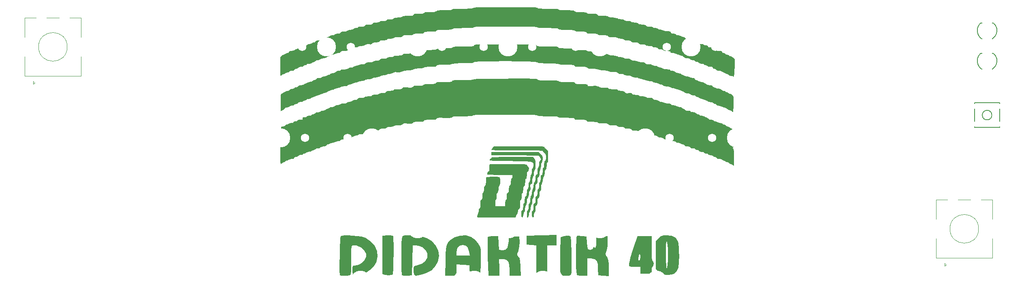
<source format=gbr>
%TF.GenerationSoftware,KiCad,Pcbnew,(6.0.7)*%
%TF.CreationDate,2022-12-24T21:51:58+01:00*%
%TF.ProjectId,Didaktik multilayout,44696461-6b74-4696-9b20-6d756c74696c,rev?*%
%TF.SameCoordinates,Original*%
%TF.FileFunction,Legend,Top*%
%TF.FilePolarity,Positive*%
%FSLAX46Y46*%
G04 Gerber Fmt 4.6, Leading zero omitted, Abs format (unit mm)*
G04 Created by KiCad (PCBNEW (6.0.7)) date 2022-12-24 21:51:58*
%MOMM*%
%LPD*%
G01*
G04 APERTURE LIST*
%ADD10C,0.203200*%
%ADD11C,0.120000*%
%ADD12C,0.150000*%
%ADD13O,2.159000X1.905000*%
%ADD14R,2.159000X1.905000*%
%ADD15C,1.750000*%
%ADD16C,3.987800*%
%ADD17C,3.048000*%
%ADD18R,2.000000X2.000000*%
%ADD19C,2.000000*%
%ADD20R,1.800000X1.100000*%
%ADD21R,1.350000X1.350000*%
%ADD22O,1.350000X1.350000*%
G04 APERTURE END LIST*
D10*
%TO.C,D42*%
X237807500Y-42621200D02*
X235267500Y-42621200D01*
X235216700Y-42621200D02*
G75*
G03*
X237859021Y-42621805I1320800J-1574800D01*
G01*
%TO.C,G\u002A\u002A\u002A*%
G36*
X143227597Y-63697175D02*
G01*
X143459779Y-63957287D01*
X143581559Y-64175828D01*
X143628124Y-64443965D01*
X143634866Y-64752413D01*
X143606503Y-65204180D01*
X143519021Y-65466985D01*
X143474782Y-65516663D01*
X143363824Y-65726809D01*
X143316777Y-66126562D01*
X143314698Y-66263722D01*
X143283927Y-66714976D01*
X143189913Y-66973509D01*
X143154614Y-67010781D01*
X143044971Y-67216387D01*
X142997246Y-67608013D01*
X142994530Y-67767153D01*
X142981391Y-68138552D01*
X142930678Y-68356069D01*
X142825448Y-68478268D01*
X142781084Y-68504899D01*
X142657226Y-68608799D01*
X142592025Y-68789352D01*
X142568879Y-69104671D01*
X142567639Y-69251957D01*
X142554952Y-69625966D01*
X142505823Y-69845566D01*
X142403648Y-69968873D01*
X142354194Y-69999016D01*
X142234303Y-70097476D01*
X142169073Y-70267207D01*
X142143436Y-70564174D01*
X142140748Y-70791773D01*
X142125586Y-71198948D01*
X142074548Y-71432944D01*
X141980664Y-71531728D01*
X141883589Y-71636726D01*
X141833156Y-71882309D01*
X141820580Y-72240193D01*
X141803819Y-72638986D01*
X141747847Y-72864308D01*
X141660496Y-72948658D01*
X141558816Y-73062680D01*
X141509032Y-73328139D01*
X141500412Y-73603922D01*
X141459831Y-74086248D01*
X141337095Y-74377713D01*
X141327000Y-74389374D01*
X141214126Y-74616368D01*
X141130259Y-74980446D01*
X141105087Y-75198198D01*
X141051255Y-75574849D01*
X140965835Y-75847038D01*
X140904970Y-75933891D01*
X140803950Y-76117088D01*
X140754751Y-76420315D01*
X140753353Y-76482767D01*
X140710517Y-76786012D01*
X140602341Y-76975524D01*
X140459331Y-77010858D01*
X140390258Y-76964212D01*
X140356509Y-76831357D01*
X140333384Y-76550787D01*
X140326463Y-76250178D01*
X140340540Y-75861092D01*
X140392390Y-75628200D01*
X140496433Y-75495528D01*
X140526160Y-75475226D01*
X140648743Y-75350233D01*
X140700290Y-75137333D01*
X140698963Y-74807442D01*
X140711569Y-74390542D01*
X140810305Y-74100465D01*
X140872795Y-74009188D01*
X141013334Y-73724552D01*
X141070634Y-73308100D01*
X141073521Y-73153834D01*
X141093267Y-72767269D01*
X141158268Y-72555260D01*
X141233605Y-72492232D01*
X141337855Y-72372863D01*
X141387041Y-72095880D01*
X141393689Y-71862868D01*
X141427663Y-71440319D01*
X141523163Y-71171314D01*
X141550710Y-71137915D01*
X141654001Y-70922141D01*
X141716771Y-70550657D01*
X141727816Y-70366210D01*
X141773363Y-69917073D01*
X141882081Y-69631643D01*
X141944325Y-69555103D01*
X142069205Y-69357447D01*
X142129535Y-69049399D01*
X142140748Y-68730791D01*
X142150913Y-68370041D01*
X142192563Y-68168627D01*
X142282431Y-68072952D01*
X142354194Y-68047085D01*
X142475165Y-67986051D01*
X142539946Y-67848291D01*
X142564926Y-67580589D01*
X142567639Y-67354008D01*
X142595252Y-66901956D01*
X142680675Y-66637770D01*
X142727723Y-66583890D01*
X142842177Y-66364987D01*
X142887371Y-65971567D01*
X142887807Y-65920639D01*
X142939551Y-65449696D01*
X143101252Y-65118894D01*
X143259831Y-64895845D01*
X143293056Y-64730670D01*
X143194489Y-64543672D01*
X143039296Y-64351962D01*
X142763895Y-64024666D01*
X137836565Y-63996925D01*
X132909236Y-63969184D01*
X132909236Y-63328848D01*
X137864781Y-63301089D01*
X142820327Y-63273329D01*
X143227597Y-63697175D01*
G37*
G36*
X139400151Y-32961147D02*
G01*
X140214746Y-32964701D01*
X140878033Y-32970810D01*
X141405547Y-32979837D01*
X141812820Y-32992145D01*
X142115388Y-33008096D01*
X142328783Y-33028052D01*
X142468540Y-33052377D01*
X142550192Y-33081433D01*
X142589273Y-33115583D01*
X142591034Y-33118560D01*
X142650306Y-33177488D01*
X142771487Y-33221111D01*
X142982619Y-33251607D01*
X143311745Y-33271153D01*
X143786907Y-33281925D01*
X144436149Y-33286100D01*
X144753134Y-33286411D01*
X145494274Y-33289119D01*
X146050022Y-33298584D01*
X146448378Y-33316817D01*
X146717343Y-33345831D01*
X146884916Y-33387636D01*
X146979097Y-33444245D01*
X146981385Y-33446495D01*
X147092487Y-33513543D01*
X147290692Y-33559882D01*
X147608735Y-33588696D01*
X148079354Y-33603171D01*
X148626880Y-33606579D01*
X149228409Y-33609413D01*
X149655372Y-33621107D01*
X149946610Y-33646448D01*
X150140963Y-33690224D01*
X150277271Y-33757224D01*
X150358395Y-33820025D01*
X150499787Y-33918580D01*
X150681668Y-33981682D01*
X150951437Y-34016806D01*
X151356492Y-34031424D01*
X151712108Y-34033470D01*
X152231880Y-34039516D01*
X152574134Y-34060911D01*
X152774540Y-34102539D01*
X152868771Y-34169285D01*
X152881146Y-34193554D01*
X152953953Y-34270137D01*
X153125791Y-34318843D01*
X153433002Y-34344897D01*
X153911929Y-34353524D01*
X153994630Y-34353638D01*
X154483578Y-34357838D01*
X154802534Y-34375730D01*
X154994873Y-34415253D01*
X155103972Y-34484345D01*
X155160916Y-34567083D01*
X155236547Y-34667810D01*
X155362203Y-34730988D01*
X155582443Y-34765117D01*
X155941827Y-34778696D01*
X156279956Y-34780529D01*
X156784798Y-34788789D01*
X157112578Y-34817000D01*
X157299166Y-34870310D01*
X157372516Y-34937334D01*
X157506935Y-35031952D01*
X157800670Y-35091358D01*
X158240140Y-35120032D01*
X158723493Y-35158719D01*
X159087607Y-35233310D01*
X159242944Y-35302072D01*
X159473904Y-35397587D01*
X159823522Y-35472724D01*
X160060802Y-35499229D01*
X160460263Y-35554558D01*
X160699862Y-35649018D01*
X160741777Y-35693997D01*
X160890636Y-35793178D01*
X161211645Y-35841256D01*
X161466208Y-35847756D01*
X161862717Y-35865008D01*
X162085622Y-35922480D01*
X162166020Y-36007840D01*
X162273669Y-36106306D01*
X162525142Y-36156595D01*
X162857413Y-36167924D01*
X163252329Y-36185167D01*
X163499646Y-36248082D01*
X163663249Y-36373447D01*
X163670133Y-36381369D01*
X163841065Y-36514849D01*
X164100133Y-36579870D01*
X164445790Y-36594815D01*
X164834024Y-36615206D01*
X165077333Y-36688429D01*
X165221448Y-36808260D01*
X165397885Y-36944280D01*
X165666694Y-37008874D01*
X165979157Y-37021705D01*
X166422717Y-37057620D01*
X166670812Y-37164511D01*
X166686967Y-37181789D01*
X166881733Y-37290927D01*
X167183858Y-37341268D01*
X167220580Y-37341873D01*
X167528338Y-37383493D01*
X167740671Y-37487489D01*
X167754194Y-37501957D01*
X167948960Y-37611095D01*
X168251085Y-37661436D01*
X168287807Y-37662041D01*
X168595565Y-37703661D01*
X168807898Y-37807657D01*
X168821421Y-37822126D01*
X169003424Y-37924517D01*
X169351443Y-37974808D01*
X169637550Y-37982210D01*
X170012701Y-37989249D01*
X170230907Y-38023143D01*
X170348530Y-38103055D01*
X170421930Y-38248147D01*
X170422261Y-38249016D01*
X170518527Y-38418948D01*
X170682244Y-38496806D01*
X170984757Y-38515814D01*
X170995176Y-38515823D01*
X171351950Y-38550960D01*
X171520365Y-38659107D01*
X171528082Y-38675907D01*
X171687114Y-38797222D01*
X172012129Y-38835991D01*
X172327646Y-38875014D01*
X172565497Y-38971638D01*
X172594830Y-38996075D01*
X172821311Y-39129908D01*
X172959442Y-39156159D01*
X173183017Y-39231360D01*
X173357135Y-39369605D01*
X173654715Y-39545768D01*
X173964000Y-39583050D01*
X174294052Y-39626258D01*
X174439129Y-39743134D01*
X174589966Y-39860709D01*
X174929878Y-39902988D01*
X174965638Y-39903218D01*
X175296389Y-39930901D01*
X175483407Y-40029762D01*
X175544950Y-40116663D01*
X175752454Y-40294523D01*
X175949924Y-40330109D01*
X176225924Y-40403364D01*
X176365076Y-40529323D01*
X176538315Y-40673534D01*
X176837051Y-40700743D01*
X176865638Y-40698691D01*
X177183076Y-40720999D01*
X177366941Y-40819645D01*
X177560293Y-40931527D01*
X177795439Y-40970445D01*
X178091736Y-41050671D01*
X178213017Y-41183890D01*
X178368264Y-41337892D01*
X178649661Y-41395224D01*
X178746631Y-41397336D01*
X179069054Y-41434401D01*
X179249990Y-41562003D01*
X179280244Y-41610781D01*
X179490925Y-41789194D01*
X179710890Y-41824226D01*
X179962306Y-41872428D01*
X180027303Y-41984310D01*
X180085114Y-42085588D01*
X180284845Y-42134649D01*
X180553725Y-42144394D01*
X180884331Y-42160252D01*
X181061943Y-42221961D01*
X181145580Y-42350724D01*
X181147891Y-42357840D01*
X181293973Y-42531149D01*
X181517194Y-42571285D01*
X181761492Y-42623151D01*
X181880182Y-42731369D01*
X182022934Y-42855461D01*
X182198701Y-42891453D01*
X182454862Y-42954362D01*
X182588647Y-43051537D01*
X182803525Y-43188591D01*
X182930093Y-43211621D01*
X183135016Y-43283627D01*
X183385661Y-43462627D01*
X183450638Y-43523580D01*
X183762597Y-43835539D01*
X183762597Y-45530913D01*
X183758174Y-46215114D01*
X183743235Y-46716448D01*
X183715274Y-47065344D01*
X183671784Y-47292231D01*
X183610260Y-47427536D01*
X183605907Y-47433450D01*
X183488576Y-47544337D01*
X183445823Y-47507210D01*
X183346991Y-47411601D01*
X183093452Y-47373832D01*
X183085440Y-47373806D01*
X182723253Y-47295718D01*
X182535286Y-47160361D01*
X182324775Y-46998657D01*
X182158284Y-46946915D01*
X181937678Y-46870083D01*
X181841589Y-46786831D01*
X181635162Y-46659835D01*
X181451642Y-46626747D01*
X181229624Y-46567510D01*
X181133124Y-46466663D01*
X180982287Y-46349088D01*
X180642375Y-46306810D01*
X180606614Y-46306579D01*
X180275863Y-46278896D01*
X180088846Y-46180036D01*
X180027303Y-46093134D01*
X179817802Y-45914847D01*
X179609104Y-45879689D01*
X179352244Y-45822190D01*
X179249321Y-45666243D01*
X179171502Y-45529153D01*
X178993366Y-45466097D01*
X178716328Y-45452798D01*
X178346988Y-45413601D01*
X178118981Y-45306515D01*
X178106294Y-45292714D01*
X177899805Y-45155913D01*
X177780682Y-45132630D01*
X177547929Y-45060620D01*
X177427843Y-44972546D01*
X177214111Y-44861491D01*
X176916733Y-44812574D01*
X176902936Y-44812462D01*
X176541145Y-44741021D01*
X176292009Y-44599016D01*
X176035239Y-44442769D01*
X175806845Y-44385571D01*
X175592241Y-44322128D01*
X175506356Y-44225487D01*
X175346723Y-44104168D01*
X175015590Y-44065403D01*
X174678156Y-44025925D01*
X174480928Y-43892066D01*
X174452956Y-43851957D01*
X174278456Y-43697367D01*
X173977499Y-43640291D01*
X173886421Y-43638512D01*
X173587475Y-43615252D01*
X173380474Y-43557402D01*
X173351799Y-43537368D01*
X173118431Y-43367455D01*
X172773105Y-43182446D01*
X172396141Y-43018672D01*
X172067855Y-42912462D01*
X171923799Y-42891453D01*
X171654641Y-42837828D01*
X171489488Y-42731369D01*
X171281977Y-42619025D01*
X170936138Y-42571711D01*
X170896637Y-42571285D01*
X170587033Y-42549451D01*
X170426467Y-42467377D01*
X170368900Y-42357840D01*
X170302464Y-42239406D01*
X170163462Y-42174537D01*
X169899282Y-42148115D01*
X169626067Y-42144394D01*
X169219811Y-42129070D01*
X168986754Y-42077531D01*
X168889549Y-41984310D01*
X168729745Y-41862992D01*
X168396835Y-41824226D01*
X168010165Y-41767627D01*
X167782792Y-41610781D01*
X167549177Y-41451690D01*
X167182975Y-41397701D01*
X167140151Y-41397336D01*
X166785579Y-41359877D01*
X166622392Y-41245696D01*
X166618838Y-41237252D01*
X166511559Y-41138978D01*
X166260906Y-41088666D01*
X165925140Y-41077168D01*
X165530239Y-41059554D01*
X165309052Y-41000979D01*
X165231443Y-40917083D01*
X165130838Y-40822392D01*
X164895100Y-40771806D01*
X164491488Y-40756999D01*
X164104592Y-40746211D01*
X163874534Y-40703800D01*
X163745349Y-40614698D01*
X163698731Y-40543554D01*
X163593122Y-40418489D01*
X163409157Y-40353332D01*
X163088103Y-40331009D01*
X162964458Y-40330109D01*
X162566929Y-40311208D01*
X162315213Y-40243094D01*
X162151252Y-40116663D01*
X161975678Y-39984715D01*
X161714846Y-39919398D01*
X161345710Y-39903218D01*
X160955998Y-39884332D01*
X160740463Y-39821910D01*
X160671902Y-39743134D01*
X160549627Y-39637531D01*
X160266462Y-39588737D01*
X160055232Y-39583050D01*
X159585876Y-39537320D01*
X159305214Y-39406778D01*
X159132794Y-39307393D01*
X158862053Y-39258070D01*
X158441086Y-39250439D01*
X158349848Y-39252715D01*
X157931161Y-39255530D01*
X157665214Y-39225761D01*
X157492277Y-39151201D01*
X157384797Y-39055457D01*
X157257819Y-38948418D01*
X157087018Y-38882613D01*
X156821941Y-38848531D01*
X156412133Y-38836659D01*
X156220636Y-38835991D01*
X155738494Y-38828220D01*
X155431922Y-38800994D01*
X155263479Y-38748444D01*
X155199510Y-38675907D01*
X155126704Y-38599324D01*
X154954865Y-38550618D01*
X154647654Y-38524564D01*
X154168727Y-38515937D01*
X154086026Y-38515823D01*
X153597078Y-38511623D01*
X153278122Y-38493731D01*
X153085783Y-38454208D01*
X152976684Y-38385116D01*
X152919740Y-38302378D01*
X152849448Y-38206820D01*
X152733662Y-38144787D01*
X152530888Y-38109188D01*
X152199632Y-38092934D01*
X151698401Y-38088938D01*
X151670397Y-38088932D01*
X151121813Y-38081484D01*
X150746774Y-38055768D01*
X150505788Y-38006726D01*
X150359364Y-37929303D01*
X150348188Y-37919610D01*
X150228235Y-37848461D01*
X150028473Y-37797936D01*
X149714810Y-37764241D01*
X149253156Y-37743581D01*
X148670069Y-37732846D01*
X148055525Y-37721819D01*
X147617786Y-37702536D01*
X147320249Y-37670594D01*
X147126310Y-37621587D01*
X146999364Y-37551112D01*
X146972714Y-37528638D01*
X146877878Y-37462731D01*
X146739567Y-37414189D01*
X146527028Y-37380448D01*
X146209504Y-37358942D01*
X145756240Y-37347107D01*
X145136481Y-37342377D01*
X144733438Y-37341873D01*
X144002596Y-37339223D01*
X143457166Y-37329892D01*
X143069161Y-37311813D01*
X142810597Y-37282917D01*
X142653490Y-37241136D01*
X142569853Y-37184401D01*
X142567639Y-37181789D01*
X142518425Y-37148449D01*
X142420064Y-37119983D01*
X142257093Y-37096020D01*
X142014046Y-37076189D01*
X141675459Y-37060120D01*
X141225868Y-37047440D01*
X140649808Y-37037780D01*
X139931815Y-37030767D01*
X139056424Y-37026030D01*
X138008171Y-37023199D01*
X136771591Y-37021902D01*
X135897471Y-37021705D01*
X134535509Y-37022233D01*
X133371526Y-37024063D01*
X132390057Y-37027567D01*
X131575638Y-37033115D01*
X130912805Y-37041080D01*
X130386092Y-37051832D01*
X129980036Y-37065742D01*
X129679172Y-37083181D01*
X129468035Y-37104522D01*
X129331162Y-37130133D01*
X129253087Y-37160388D01*
X129227303Y-37181789D01*
X129146025Y-37239166D01*
X128992396Y-37281507D01*
X128738430Y-37310878D01*
X128356144Y-37329351D01*
X127817552Y-37338992D01*
X127094669Y-37341870D01*
X127061504Y-37341873D01*
X126339476Y-37344034D01*
X125800403Y-37352166D01*
X125413825Y-37368743D01*
X125149281Y-37396239D01*
X124976309Y-37437128D01*
X124864450Y-37493885D01*
X124828112Y-37523279D01*
X124716637Y-37596370D01*
X124546939Y-37647671D01*
X124283518Y-37680970D01*
X123890869Y-37700057D01*
X123333489Y-37708721D01*
X123078156Y-37710044D01*
X122464203Y-37714886D01*
X122029810Y-37727086D01*
X121741120Y-37750579D01*
X121564276Y-37789295D01*
X121465418Y-37847166D01*
X121423934Y-37902168D01*
X121350376Y-37984915D01*
X121214477Y-38039369D01*
X120977286Y-38071120D01*
X120599851Y-38085762D01*
X120122882Y-38088932D01*
X119596180Y-38092337D01*
X119241982Y-38106927D01*
X119019396Y-38139266D01*
X118887530Y-38195919D01*
X118805494Y-38283451D01*
X118793247Y-38302378D01*
X118707054Y-38403531D01*
X118571679Y-38466851D01*
X118341628Y-38500893D01*
X117971404Y-38514216D01*
X117658405Y-38515823D01*
X117165454Y-38523025D01*
X116848630Y-38548340D01*
X116670982Y-38597334D01*
X116595561Y-38675570D01*
X116595432Y-38675907D01*
X116520266Y-38754289D01*
X116342949Y-38803383D01*
X116026520Y-38828760D01*
X115534020Y-38835991D01*
X115533327Y-38835991D01*
X115048494Y-38841813D01*
X114728626Y-38865035D01*
X114525421Y-38914293D01*
X114390580Y-38998224D01*
X114339488Y-39049436D01*
X114195790Y-39165562D01*
X113989981Y-39231189D01*
X113664657Y-39259026D01*
X113375510Y-39262882D01*
X112906942Y-39279574D01*
X112614999Y-39333725D01*
X112471841Y-39422966D01*
X112267988Y-39532094D01*
X111879525Y-39580065D01*
X111711714Y-39583050D01*
X111344216Y-39595803D01*
X111148772Y-39640909D01*
X111085137Y-39728639D01*
X111084446Y-39743134D01*
X111037950Y-39833138D01*
X110871894Y-39883050D01*
X110546425Y-39902118D01*
X110394503Y-39903218D01*
X110004376Y-39913602D01*
X109771657Y-39954567D01*
X109640897Y-40040830D01*
X109590328Y-40116663D01*
X109484719Y-40241728D01*
X109300753Y-40306886D01*
X108979699Y-40329209D01*
X108856055Y-40330109D01*
X108463794Y-40347905D01*
X108214766Y-40413659D01*
X108040797Y-40545917D01*
X108033513Y-40553871D01*
X107867862Y-40691764D01*
X107659706Y-40737660D01*
X107339589Y-40712443D01*
X106986162Y-40690733D01*
X106738886Y-40754613D01*
X106574893Y-40862210D01*
X106240907Y-41025772D01*
X105772862Y-41077167D01*
X105771226Y-41077168D01*
X105360978Y-41114568D01*
X105122086Y-41221990D01*
X105107975Y-41237252D01*
X104914070Y-41346143D01*
X104614583Y-41396710D01*
X104577835Y-41397336D01*
X104177608Y-41473611D01*
X103987387Y-41610781D01*
X103689807Y-41786944D01*
X103380522Y-41824226D01*
X103050470Y-41867434D01*
X102905392Y-41984310D01*
X102804788Y-42079002D01*
X102569050Y-42129588D01*
X102165438Y-42144394D01*
X101778542Y-42155183D01*
X101548484Y-42197594D01*
X101419299Y-42286696D01*
X101372681Y-42357840D01*
X101213108Y-42513954D01*
X100923778Y-42569948D01*
X100848380Y-42571285D01*
X100532901Y-42612632D01*
X100318639Y-42717202D01*
X100305454Y-42731369D01*
X100113528Y-42840954D01*
X99826413Y-42891122D01*
X99802287Y-42891453D01*
X99444537Y-42958500D01*
X99160626Y-43104899D01*
X98925015Y-43255107D01*
X98737135Y-43318338D01*
X98735960Y-43318344D01*
X98538882Y-43388660D01*
X98422561Y-43478428D01*
X98213599Y-43584857D01*
X97909448Y-43637348D01*
X97859750Y-43638512D01*
X97454904Y-43714328D01*
X97263858Y-43851957D01*
X96966278Y-44028121D01*
X96656993Y-44065403D01*
X96326940Y-44108611D01*
X96181863Y-44225487D01*
X96038221Y-44352932D01*
X95881585Y-44385571D01*
X95629782Y-44461922D01*
X95449572Y-44599016D01*
X95200951Y-44759729D01*
X94817370Y-44812341D01*
X94792695Y-44812462D01*
X94482187Y-44834893D01*
X94344498Y-44910640D01*
X94328984Y-44972546D01*
X94234556Y-45099046D01*
X94005466Y-45132630D01*
X93743723Y-45182696D01*
X93620518Y-45292714D01*
X93469682Y-45410289D01*
X93129770Y-45452567D01*
X93094009Y-45452798D01*
X92763258Y-45480481D01*
X92576241Y-45579342D01*
X92514698Y-45666243D01*
X92307194Y-45844103D01*
X92109724Y-45879689D01*
X91818804Y-45962695D01*
X91685684Y-46093134D01*
X91509166Y-46248633D01*
X91204633Y-46305125D01*
X91123049Y-46306579D01*
X90781500Y-46348742D01*
X90632283Y-46466663D01*
X90489081Y-46592439D01*
X90323088Y-46626747D01*
X90054978Y-46693675D01*
X89915238Y-46786831D01*
X89688757Y-46920664D01*
X89550626Y-46946915D01*
X89326308Y-47022124D01*
X89155211Y-47157844D01*
X88983977Y-47294889D01*
X88871863Y-47311630D01*
X88842431Y-47191651D01*
X88816867Y-46892999D01*
X88796775Y-46450436D01*
X88783758Y-45898722D01*
X88779404Y-45306485D01*
X88779404Y-43358484D01*
X89095250Y-43124969D01*
X89344604Y-42969286D01*
X89542881Y-42893008D01*
X89562435Y-42891453D01*
X89753390Y-42815979D01*
X89846631Y-42731369D01*
X90047537Y-42610972D01*
X90274142Y-42571285D01*
X90528093Y-42509289D01*
X90624612Y-42357840D01*
X90709282Y-42215156D01*
X90903509Y-42153513D01*
X91117312Y-42144394D01*
X91545398Y-42074831D01*
X91767639Y-41930949D01*
X92021886Y-41769486D01*
X92247891Y-41717504D01*
X92462477Y-41661839D01*
X92514698Y-41557420D01*
X92579212Y-41450586D01*
X92797394Y-41402932D01*
X92981882Y-41397336D01*
X93343381Y-41357805D01*
X93569349Y-41250930D01*
X93581925Y-41237252D01*
X93788415Y-41100451D01*
X93907537Y-41077168D01*
X94135003Y-41005259D01*
X94275144Y-40902316D01*
X94490931Y-40781325D01*
X94807568Y-40699865D01*
X94891531Y-40690029D01*
X95200152Y-40628314D01*
X95400438Y-40520934D01*
X95423303Y-40491352D01*
X95587127Y-40373639D01*
X95821212Y-40330109D01*
X96088176Y-40268751D01*
X96196631Y-40116663D01*
X96285258Y-39978501D01*
X96475166Y-39915530D01*
X96740785Y-39903218D01*
X97098528Y-39869001D01*
X97269050Y-39763279D01*
X97278625Y-39743134D01*
X97435607Y-39621878D01*
X97741135Y-39583050D01*
X98143221Y-39511802D01*
X98413567Y-39369605D01*
X98650425Y-39219289D01*
X98840819Y-39156163D01*
X98841783Y-39156159D01*
X99037759Y-39080452D01*
X99131505Y-38996075D01*
X99327594Y-38886566D01*
X99633841Y-38836567D01*
X99670563Y-38835991D01*
X99980016Y-38795587D01*
X100213148Y-38696301D01*
X100236847Y-38675907D01*
X100444495Y-38571204D01*
X100752805Y-38517683D01*
X100819170Y-38515823D01*
X101147047Y-38477699D01*
X101349638Y-38341816D01*
X101398587Y-38275697D01*
X101531152Y-38129342D01*
X101723256Y-38061846D01*
X102046232Y-38050453D01*
X102100204Y-38051866D01*
X102518055Y-38030476D01*
X102799213Y-37925549D01*
X102874504Y-37868804D01*
X103183725Y-37715705D01*
X103465036Y-37683007D01*
X103785857Y-37639196D01*
X104021674Y-37519220D01*
X104261083Y-37397328D01*
X104576275Y-37342154D01*
X104598028Y-37341873D01*
X104903308Y-37296286D01*
X105039846Y-37181789D01*
X105145922Y-37084145D01*
X105393905Y-37033765D01*
X105741207Y-37021705D01*
X106117211Y-37009347D01*
X106338413Y-36961373D01*
X106462586Y-36861431D01*
X106495370Y-36808260D01*
X106593005Y-36688988D01*
X106761104Y-36623769D01*
X107055284Y-36597770D01*
X107295790Y-36594815D01*
X107684854Y-36584300D01*
X107916697Y-36542868D01*
X108046934Y-36455689D01*
X108096210Y-36381369D01*
X108201347Y-36256637D01*
X108384366Y-36191466D01*
X108703834Y-36168912D01*
X108833957Y-36167924D01*
X109285426Y-36138498D01*
X109546320Y-36048119D01*
X109590328Y-36007840D01*
X109814927Y-35892638D01*
X110235661Y-35848261D01*
X110298138Y-35847756D01*
X110695785Y-35822698D01*
X110942320Y-35737369D01*
X111041650Y-35650891D01*
X111192869Y-35531791D01*
X111415732Y-35489246D01*
X111751293Y-35506018D01*
X112099085Y-35522837D01*
X112305098Y-35479355D01*
X112434109Y-35364177D01*
X112561051Y-35257264D01*
X112783248Y-35188919D01*
X113147780Y-35147934D01*
X113400867Y-35134081D01*
X113879312Y-35098080D01*
X114173356Y-35037062D01*
X114311199Y-34945012D01*
X114314674Y-34939172D01*
X114406641Y-34862325D01*
X114603000Y-34813610D01*
X114939875Y-34788015D01*
X115453389Y-34780529D01*
X115458187Y-34780529D01*
X115944261Y-34776865D01*
X116258391Y-34760620D01*
X116442026Y-34723912D01*
X116536617Y-34658857D01*
X116580664Y-34567083D01*
X116629913Y-34468952D01*
X116730033Y-34406426D01*
X116922474Y-34371621D01*
X117248686Y-34356657D01*
X117703141Y-34353638D01*
X118204786Y-34347735D01*
X118533643Y-34325882D01*
X118730151Y-34281868D01*
X118834747Y-34209478D01*
X118857103Y-34176324D01*
X118937014Y-34093764D01*
X119092000Y-34041360D01*
X119362147Y-34013252D01*
X119787538Y-34003579D01*
X120037946Y-34003668D01*
X120557863Y-33999443D01*
X120912710Y-33976738D01*
X121150555Y-33928498D01*
X121319467Y-33847669D01*
X121374928Y-33807453D01*
X121503193Y-33725975D01*
X121670859Y-33669675D01*
X121916662Y-33634098D01*
X122279339Y-33614789D01*
X122797623Y-33607291D01*
X123121195Y-33606579D01*
X123743488Y-33602165D01*
X124184886Y-33586793D01*
X124477799Y-33557266D01*
X124654634Y-33510391D01*
X124744950Y-33446495D01*
X124826228Y-33389118D01*
X124979857Y-33346778D01*
X125233822Y-33317406D01*
X125616109Y-33298934D01*
X126154701Y-33289293D01*
X126877584Y-33286415D01*
X126910749Y-33286411D01*
X127651769Y-33283379D01*
X128207192Y-33272968D01*
X128604797Y-33253210D01*
X128872365Y-33222135D01*
X129037675Y-33177774D01*
X129116479Y-33130039D01*
X129177077Y-33097437D01*
X129291623Y-33069462D01*
X129475407Y-33045734D01*
X129743715Y-33025874D01*
X130111837Y-33009505D01*
X130595061Y-32996246D01*
X131208675Y-32985720D01*
X131967966Y-32977548D01*
X132888224Y-32971351D01*
X133984736Y-32966751D01*
X135272791Y-32963369D01*
X135893184Y-32962188D01*
X137254904Y-32960253D01*
X138418715Y-32959785D01*
X139400151Y-32961147D01*
G37*
G36*
X139920153Y-62101733D02*
G01*
X140917214Y-62102798D01*
X141736346Y-62105445D01*
X142395306Y-62110391D01*
X142911851Y-62118349D01*
X143303741Y-62130034D01*
X143588731Y-62146161D01*
X143784581Y-62167445D01*
X143909049Y-62194601D01*
X143979891Y-62228342D01*
X144014866Y-62269384D01*
X144030834Y-62314983D01*
X144121445Y-62488127D01*
X144195369Y-62528428D01*
X144335271Y-62600221D01*
X144532685Y-62775589D01*
X144556451Y-62800733D01*
X144668062Y-62937070D01*
X144740922Y-63088693D01*
X144783199Y-63302344D01*
X144803062Y-63624766D01*
X144808680Y-64102700D01*
X144808815Y-64244839D01*
X144803320Y-64780437D01*
X144783811Y-65137708D01*
X144745758Y-65351559D01*
X144684630Y-65456899D01*
X144648731Y-65478070D01*
X144550265Y-65585719D01*
X144499976Y-65837192D01*
X144488647Y-66169462D01*
X144471404Y-66564378D01*
X144408489Y-66811696D01*
X144283125Y-66975298D01*
X144275202Y-66982182D01*
X144133499Y-67171475D01*
X144070282Y-67462936D01*
X144061757Y-67704450D01*
X144012470Y-68172885D01*
X143876917Y-68507833D01*
X143759173Y-68773894D01*
X143676894Y-69138673D01*
X143660020Y-69300729D01*
X143610534Y-69647315D01*
X143521629Y-69922677D01*
X143471331Y-70002830D01*
X143366027Y-70242967D01*
X143317022Y-70643964D01*
X143314698Y-70769741D01*
X143294479Y-71154685D01*
X143228067Y-71364842D01*
X143154614Y-71425005D01*
X143057199Y-71530644D01*
X143006797Y-71777656D01*
X142994530Y-72129216D01*
X142981302Y-72510830D01*
X142930766Y-72739222D01*
X142826646Y-72873576D01*
X142781084Y-72905296D01*
X142659079Y-73019527D01*
X142593689Y-73206750D01*
X142569359Y-73525088D01*
X142567639Y-73702866D01*
X142556310Y-74085732D01*
X142511973Y-74312492D01*
X142419104Y-74439768D01*
X142354194Y-74481369D01*
X142230986Y-74584359D01*
X142165769Y-74763094D01*
X142142192Y-75075349D01*
X142140748Y-75235532D01*
X142123586Y-75632450D01*
X142066387Y-75855789D01*
X141980664Y-75936893D01*
X141862677Y-76088805D01*
X141820746Y-76430688D01*
X141820580Y-76460859D01*
X141799294Y-76803278D01*
X141723452Y-76966354D01*
X141575077Y-76981030D01*
X141527093Y-76966057D01*
X141444043Y-76840999D01*
X141396520Y-76582858D01*
X141383271Y-76258244D01*
X141403043Y-75933770D01*
X141454580Y-75676046D01*
X141536630Y-75551684D01*
X141553773Y-75548596D01*
X141643777Y-75502100D01*
X141693690Y-75336045D01*
X141712758Y-75010575D01*
X141713858Y-74858654D01*
X141724242Y-74468527D01*
X141765207Y-74235807D01*
X141851469Y-74105048D01*
X141927303Y-74054478D01*
X142048378Y-73954423D01*
X142113617Y-73781526D01*
X142138543Y-73479165D01*
X142140748Y-73275975D01*
X142154176Y-72883076D01*
X142203780Y-72647119D01*
X142303542Y-72512755D01*
X142339972Y-72487287D01*
X142462657Y-72355661D01*
X142528707Y-72119397D01*
X142553429Y-71745473D01*
X142588536Y-71322727D01*
X142673143Y-71087882D01*
X142727735Y-71038495D01*
X142830270Y-70896496D01*
X142880158Y-70596121D01*
X142887807Y-70326949D01*
X142917449Y-69875526D01*
X143008416Y-69615016D01*
X143047891Y-69572126D01*
X143157534Y-69366520D01*
X143205259Y-68974894D01*
X143207975Y-68815754D01*
X143221114Y-68444355D01*
X143271827Y-68226838D01*
X143377057Y-68104638D01*
X143421421Y-68078008D01*
X143544629Y-67975018D01*
X143609846Y-67796283D01*
X143633422Y-67484028D01*
X143634866Y-67323845D01*
X143652028Y-66926928D01*
X143709227Y-66703588D01*
X143794950Y-66622484D01*
X143891276Y-66518886D01*
X143941770Y-66276428D01*
X143955034Y-65904446D01*
X143967600Y-65519163D01*
X144015838Y-65287899D01*
X144115555Y-65152155D01*
X144168479Y-65114540D01*
X144299646Y-64985608D01*
X144364511Y-64770196D01*
X144381925Y-64406226D01*
X144367690Y-64053072D01*
X144300199Y-63822873D01*
X144142268Y-63625744D01*
X144008395Y-63503248D01*
X143785721Y-63285913D01*
X143652075Y-63113344D01*
X143634866Y-63065302D01*
X143533815Y-63036656D01*
X143229566Y-63012383D01*
X142720472Y-62992447D01*
X142004888Y-62976815D01*
X141081166Y-62965453D01*
X139947662Y-62958327D01*
X138602729Y-62955402D01*
X138307625Y-62955319D01*
X137048591Y-62954212D01*
X135988647Y-62950653D01*
X135113448Y-62944289D01*
X134408650Y-62934763D01*
X133859908Y-62921722D01*
X133452877Y-62904811D01*
X133173212Y-62883673D01*
X133006569Y-62857956D01*
X132938602Y-62827302D01*
X132936087Y-62822429D01*
X132976610Y-62668214D01*
X133132544Y-62451802D01*
X133185791Y-62395538D01*
X133479792Y-62101537D01*
X138727404Y-62101537D01*
X139920153Y-62101733D01*
G37*
G36*
X137466717Y-65837797D02*
G01*
X138299814Y-65841212D01*
X138958239Y-65847858D01*
X139461374Y-65858512D01*
X139828602Y-65873956D01*
X140079307Y-65894969D01*
X140232871Y-65922329D01*
X140308678Y-65956818D01*
X140326463Y-65993161D01*
X140411199Y-66163008D01*
X140539908Y-66263722D01*
X140696837Y-66424991D01*
X140752273Y-66717385D01*
X140753353Y-66784550D01*
X140677888Y-67192617D01*
X140539908Y-67384310D01*
X140409839Y-67555816D01*
X140344316Y-67809552D01*
X140326463Y-68204621D01*
X140308535Y-68598179D01*
X140249009Y-68817921D01*
X140166379Y-68893196D01*
X140066397Y-69003806D01*
X140016315Y-69261810D01*
X140006294Y-69567003D01*
X139986719Y-69963279D01*
X139916409Y-70214305D01*
X139792849Y-70372546D01*
X139660901Y-70548120D01*
X139595584Y-70808952D01*
X139579404Y-71178088D01*
X139560518Y-71567800D01*
X139498096Y-71783335D01*
X139419320Y-71851896D01*
X139322245Y-71956894D01*
X139271812Y-72202477D01*
X139259236Y-72560361D01*
X139242474Y-72959154D01*
X139186502Y-73184476D01*
X139099152Y-73268826D01*
X139013939Y-73353713D01*
X138963746Y-73553558D01*
X138941696Y-73907027D01*
X138939068Y-74168864D01*
X138932321Y-74600711D01*
X138904681Y-74868888D01*
X138845048Y-75022948D01*
X138742321Y-75112443D01*
X138725622Y-75121705D01*
X138571531Y-75277132D01*
X138514253Y-75558864D01*
X138512177Y-75654916D01*
X138443175Y-76062454D01*
X138308879Y-76264817D01*
X138134619Y-76517944D01*
X138068753Y-76722546D01*
X138031925Y-76989352D01*
X134075572Y-77017313D01*
X133176806Y-77021762D01*
X132345780Y-77022216D01*
X131606536Y-77018942D01*
X130983115Y-77012203D01*
X130499557Y-77002266D01*
X130179903Y-76989397D01*
X130048194Y-76973859D01*
X130046790Y-76972845D01*
X129979181Y-76776032D01*
X130015794Y-76498991D01*
X130137840Y-76248576D01*
X130238270Y-76010897D01*
X130291807Y-75679780D01*
X130294530Y-75592978D01*
X130334525Y-75240476D01*
X130454614Y-75083112D01*
X130541645Y-74995419D01*
X130592023Y-74789107D01*
X130612954Y-74425271D01*
X130614698Y-74218816D01*
X130622601Y-73793925D01*
X130654215Y-73530136D01*
X130721401Y-73375434D01*
X130828143Y-73282652D01*
X130953398Y-73163391D01*
X131018717Y-72966559D01*
X131040844Y-72632312D01*
X131041589Y-72519774D01*
X131069888Y-72070131D01*
X131156419Y-71814749D01*
X131197366Y-71771706D01*
X131303665Y-71580079D01*
X131367496Y-71224646D01*
X131377348Y-71074842D01*
X131428951Y-70642798D01*
X131546546Y-70380664D01*
X131595100Y-70330746D01*
X131702082Y-70191759D01*
X131762254Y-69969126D01*
X131786528Y-69610067D01*
X131788647Y-69394622D01*
X131801235Y-69009363D01*
X131834396Y-68714205D01*
X131881224Y-68567978D01*
X131886139Y-68563965D01*
X132041103Y-68531967D01*
X132355827Y-68507308D01*
X132777468Y-68490436D01*
X133253184Y-68481801D01*
X133730133Y-68481850D01*
X134155471Y-68491031D01*
X134476356Y-68509794D01*
X134639946Y-68538587D01*
X134643479Y-68540564D01*
X134729746Y-68701193D01*
X134776246Y-69005224D01*
X134784795Y-69386702D01*
X134757212Y-69779672D01*
X134695314Y-70118180D01*
X134600917Y-70336272D01*
X134593773Y-70344628D01*
X134459451Y-70620418D01*
X134407010Y-71071230D01*
X134405998Y-71134843D01*
X134383462Y-71513995D01*
X134314117Y-71732899D01*
X134215578Y-71826678D01*
X134103329Y-71944575D01*
X134045813Y-72171478D01*
X134029824Y-72552596D01*
X134002345Y-72993356D01*
X133916177Y-73253146D01*
X133864923Y-73311417D01*
X133762875Y-73474384D01*
X133725474Y-73767040D01*
X133731520Y-74044863D01*
X133763017Y-74641453D01*
X135790748Y-74641453D01*
X135823526Y-74001947D01*
X135873576Y-73561790D01*
X135967036Y-73315140D01*
X136010291Y-73276266D01*
X136106059Y-73136833D01*
X136154921Y-72835240D01*
X136164278Y-72514144D01*
X136172966Y-72138158D01*
X136209083Y-71923561D01*
X136287710Y-71818655D01*
X136377723Y-71782379D01*
X136497734Y-71722221D01*
X136562525Y-71586581D01*
X136588056Y-71322729D01*
X136591168Y-71077139D01*
X136604072Y-70693766D01*
X136653482Y-70464001D01*
X136755448Y-70328990D01*
X136804614Y-70294417D01*
X136927308Y-70179136D01*
X136992693Y-69989911D01*
X137016576Y-69668244D01*
X137018059Y-69504510D01*
X137032975Y-69109876D01*
X137084332Y-68884290D01*
X137182049Y-68785009D01*
X137185291Y-68783730D01*
X137311238Y-68628273D01*
X137318694Y-68425463D01*
X137284866Y-68131369D01*
X134696841Y-68102791D01*
X132108815Y-68074213D01*
X132108815Y-67759697D01*
X132188846Y-67452894D01*
X132332414Y-67325515D01*
X132479876Y-67204967D01*
X132512175Y-67017054D01*
X132485984Y-66832561D01*
X132456605Y-66477285D01*
X132484310Y-66148052D01*
X132552666Y-65836831D01*
X136439564Y-65836831D01*
X137466717Y-65837797D01*
G37*
G36*
X141894641Y-64621770D02*
G01*
X142016085Y-64771286D01*
X142092475Y-64936347D01*
X142134229Y-65169011D01*
X142151766Y-65521337D01*
X142155362Y-65924445D01*
X142148903Y-66430330D01*
X142123171Y-66763210D01*
X142072363Y-66963098D01*
X141990675Y-67070009D01*
X141989021Y-67071229D01*
X141875802Y-67248953D01*
X141825075Y-67588510D01*
X141820580Y-67783218D01*
X141785575Y-68234723D01*
X141680340Y-68486031D01*
X141660496Y-68504899D01*
X141550854Y-68710504D01*
X141503128Y-69102131D01*
X141500412Y-69261270D01*
X141488147Y-69629305D01*
X141439151Y-69845014D01*
X141335127Y-69968718D01*
X141274611Y-70005629D01*
X141145070Y-70102430D01*
X141086662Y-70252639D01*
X141083532Y-70519538D01*
X141097437Y-70712850D01*
X141113955Y-71069603D01*
X141080055Y-71277895D01*
X140982892Y-71399373D01*
X140949708Y-71421852D01*
X140829248Y-71550947D01*
X140768946Y-71781483D01*
X140753353Y-72142601D01*
X140732415Y-72536701D01*
X140657692Y-72786610D01*
X140539908Y-72933890D01*
X140404692Y-73116731D01*
X140339863Y-73390241D01*
X140326463Y-73715767D01*
X140287245Y-74187872D01*
X140166806Y-74479380D01*
X140148600Y-74501015D01*
X140013355Y-74795998D01*
X139978281Y-75203115D01*
X139930535Y-75661707D01*
X139803310Y-75922126D01*
X139667488Y-76177643D01*
X139591924Y-76499480D01*
X139591106Y-76509100D01*
X139533575Y-76851009D01*
X139430909Y-76985905D01*
X139281641Y-76915705D01*
X139280580Y-76914647D01*
X139206771Y-76739795D01*
X139160490Y-76435767D01*
X139152513Y-76237490D01*
X139179546Y-75848878D01*
X139273586Y-75600827D01*
X139365958Y-75495235D01*
X139497906Y-75319660D01*
X139563224Y-75058828D01*
X139579404Y-74689692D01*
X139598289Y-74299980D01*
X139660711Y-74084446D01*
X139739488Y-74015885D01*
X139838804Y-73906583D01*
X139888984Y-73651459D01*
X139899572Y-73334487D01*
X139917583Y-72941480D01*
X139983030Y-72695363D01*
X140113017Y-72531762D01*
X140245160Y-72363668D01*
X140310364Y-72109624D01*
X140326463Y-71746070D01*
X140349646Y-71339450D01*
X140426213Y-71098212D01*
X140502653Y-71014301D01*
X140619382Y-70842757D01*
X140678518Y-70520323D01*
X140689823Y-70273259D01*
X140719313Y-69867060D01*
X140798178Y-69623068D01*
X140887161Y-69524780D01*
X141000366Y-69380941D01*
X141058309Y-69126689D01*
X141073521Y-68744677D01*
X141090461Y-68346730D01*
X141146981Y-68122301D01*
X141233605Y-68039414D01*
X141331879Y-67932135D01*
X141382191Y-67681482D01*
X141393689Y-67345717D01*
X141411303Y-66950816D01*
X141469878Y-66729628D01*
X141553773Y-66652019D01*
X141664632Y-66517840D01*
X141711317Y-66210083D01*
X141713858Y-66079298D01*
X141714033Y-65884330D01*
X141702331Y-65722675D01*
X141660408Y-65590960D01*
X141569922Y-65485811D01*
X141412528Y-65403857D01*
X141169884Y-65341724D01*
X140823648Y-65296040D01*
X140355474Y-65263431D01*
X139747022Y-65240525D01*
X138979947Y-65223949D01*
X138035906Y-65210330D01*
X136912759Y-65196495D01*
X135836022Y-65182667D01*
X134953376Y-65169622D01*
X134245478Y-65156294D01*
X133692980Y-65141616D01*
X133276537Y-65124524D01*
X132976805Y-65103950D01*
X132774436Y-65078828D01*
X132650087Y-65048092D01*
X132584411Y-65010675D01*
X132558064Y-64965512D01*
X132555984Y-64956369D01*
X132594237Y-64798299D01*
X132675518Y-64769605D01*
X132825279Y-64680122D01*
X132886797Y-64556159D01*
X132906138Y-64503293D01*
X132946889Y-64459964D01*
X133028601Y-64425223D01*
X133170827Y-64398122D01*
X133393118Y-64377713D01*
X133715028Y-64363049D01*
X134156109Y-64353181D01*
X134735912Y-64347162D01*
X135473991Y-64344043D01*
X136389897Y-64342878D01*
X137289317Y-64342714D01*
X141636020Y-64342714D01*
X141894641Y-64621770D01*
G37*
G36*
X140077356Y-47919117D02*
G01*
X140732656Y-47921982D01*
X141256540Y-47928170D01*
X141665416Y-47938139D01*
X141975688Y-47952348D01*
X142203762Y-47971256D01*
X142366043Y-47995322D01*
X142478938Y-48025004D01*
X142558851Y-48060761D01*
X142622188Y-48103052D01*
X142647705Y-48122804D01*
X142758127Y-48199705D01*
X142886745Y-48255902D01*
X143066009Y-48294270D01*
X143328374Y-48317684D01*
X143706291Y-48329017D01*
X144232212Y-48331144D01*
X144938591Y-48326940D01*
X144951272Y-48326839D01*
X145666761Y-48323137D01*
X146197617Y-48326477D01*
X146572594Y-48338970D01*
X146820446Y-48362731D01*
X146969928Y-48399871D01*
X147049796Y-48452503D01*
X147071127Y-48482590D01*
X147137335Y-48550294D01*
X147269319Y-48597949D01*
X147499461Y-48628854D01*
X147860141Y-48646305D01*
X148383740Y-48653600D01*
X148759103Y-48654478D01*
X149375949Y-48656336D01*
X149813541Y-48664759D01*
X150106059Y-48684024D01*
X150287682Y-48718407D01*
X150392590Y-48772184D01*
X150454962Y-48849633D01*
X150465118Y-48867924D01*
X150532800Y-48960848D01*
X150643832Y-49022204D01*
X150838176Y-49058426D01*
X151155794Y-49075951D01*
X151636647Y-49081215D01*
X151790459Y-49081369D01*
X152315036Y-49083813D01*
X152664467Y-49095642D01*
X152877035Y-49123598D01*
X152991021Y-49174425D01*
X153044710Y-49254867D01*
X153060050Y-49305005D01*
X153101689Y-49413121D01*
X153186536Y-49473814D01*
X153359767Y-49494196D01*
X153666556Y-49481380D01*
X154009288Y-49454442D01*
X154472325Y-49423232D01*
X154791748Y-49427671D01*
X155035561Y-49475542D01*
X155271768Y-49574627D01*
X155333037Y-49605931D01*
X155642786Y-49735889D01*
X155984406Y-49800309D01*
X156439519Y-49812983D01*
X156544685Y-49810704D01*
X156976168Y-49809599D01*
X157245047Y-49840476D01*
X157400882Y-49911969D01*
X157454524Y-49969192D01*
X157569914Y-50063633D01*
X157776132Y-50119318D01*
X158119015Y-50144565D01*
X158442986Y-50148596D01*
X158898179Y-50158154D01*
X159179107Y-50191301D01*
X159324284Y-50254748D01*
X159361695Y-50308680D01*
X159477257Y-50411112D01*
X159746055Y-50460739D01*
X160009130Y-50468764D01*
X160379075Y-50485801D01*
X160619296Y-50555151D01*
X160812050Y-50704175D01*
X160856484Y-50750617D01*
X161037614Y-50918777D01*
X161220530Y-50987905D01*
X161491641Y-50981290D01*
X161643486Y-50962740D01*
X161981830Y-50933609D01*
X162190214Y-50970472D01*
X162346086Y-51088931D01*
X162363501Y-51107777D01*
X162538817Y-51240328D01*
X162797768Y-51306030D01*
X163170241Y-51322546D01*
X163559952Y-51341431D01*
X163775487Y-51403853D01*
X163844048Y-51482630D01*
X163951591Y-51581041D01*
X164202830Y-51631337D01*
X164536096Y-51642714D01*
X164987828Y-51671178D01*
X165250449Y-51758938D01*
X165299572Y-51802798D01*
X165506820Y-51912919D01*
X165901399Y-51960406D01*
X166052506Y-51962882D01*
X166412835Y-51973849D01*
X166615229Y-52018108D01*
X166714577Y-52112690D01*
X166740328Y-52176327D01*
X166829360Y-52314801D01*
X167020183Y-52377702D01*
X167282178Y-52389773D01*
X167662218Y-52430504D01*
X167904419Y-52566149D01*
X167939040Y-52603218D01*
X168231717Y-52781562D01*
X168517348Y-52816663D01*
X168823885Y-52858169D01*
X169053804Y-52959790D01*
X169072981Y-52976747D01*
X169314702Y-53089125D01*
X169736481Y-53135807D01*
X169823908Y-53136831D01*
X170193464Y-53153603D01*
X170407160Y-53214370D01*
X170519538Y-53332628D01*
X170674079Y-53473803D01*
X170945505Y-53481286D01*
X171321475Y-53522435D01*
X171552563Y-53659019D01*
X171944365Y-53844979D01*
X172254289Y-53883890D01*
X172585925Y-53926952D01*
X172731566Y-54043974D01*
X172874580Y-54169044D01*
X173044630Y-54204058D01*
X173295398Y-54290620D01*
X173410496Y-54417504D01*
X173531503Y-54552680D01*
X173746325Y-54616772D01*
X174054587Y-54630949D01*
X174388839Y-54648315D01*
X174551400Y-54708376D01*
X174584446Y-54791033D01*
X174654937Y-54902344D01*
X174888609Y-54948212D01*
X175011337Y-54951117D01*
X175443534Y-55026581D01*
X175651673Y-55164562D01*
X175907324Y-55326123D01*
X176135274Y-55378008D01*
X176362563Y-55434531D01*
X176466860Y-55538092D01*
X176623975Y-55659354D01*
X176930695Y-55698176D01*
X177239826Y-55739748D01*
X177452501Y-55843850D01*
X177465958Y-55858260D01*
X177679511Y-55995376D01*
X177804290Y-56018344D01*
X178015256Y-56092758D01*
X178245625Y-56273069D01*
X178257032Y-56285151D01*
X178512878Y-56480156D01*
X178844964Y-56549682D01*
X178945633Y-56551957D01*
X179247871Y-56576691D01*
X179376389Y-56659324D01*
X179386967Y-56712041D01*
X179481783Y-56839515D01*
X179694067Y-56872126D01*
X179964907Y-56924763D01*
X180134026Y-57032210D01*
X180327931Y-57141101D01*
X180627418Y-57191668D01*
X180664166Y-57192294D01*
X181055055Y-57264126D01*
X181248100Y-57398542D01*
X181437568Y-57534752D01*
X181578237Y-57549730D01*
X181745848Y-57581513D01*
X181912096Y-57717011D01*
X182141501Y-57885757D01*
X182344654Y-57939352D01*
X182590447Y-58024090D01*
X182720138Y-58152798D01*
X182941514Y-58327878D01*
X183140741Y-58366243D01*
X183401788Y-58438352D01*
X183495790Y-58579689D01*
X183591605Y-58752165D01*
X183663066Y-58793134D01*
X183699498Y-58894559D01*
X183729370Y-59177745D01*
X183750726Y-59611057D01*
X183761612Y-60162860D01*
X183762597Y-60403548D01*
X183761044Y-61023677D01*
X183753215Y-61466162D01*
X183734353Y-61766801D01*
X183699702Y-61961391D01*
X183644507Y-62085729D01*
X183564012Y-62175611D01*
X183522471Y-62210914D01*
X183364017Y-62359897D01*
X183365212Y-62459405D01*
X183464251Y-62548189D01*
X183535922Y-62630089D01*
X183586997Y-62769827D01*
X183621230Y-63001050D01*
X183642374Y-63357405D01*
X183654184Y-63872538D01*
X183658486Y-64289352D01*
X183662337Y-64859875D01*
X183664685Y-65359095D01*
X183665416Y-65745911D01*
X183664414Y-65979223D01*
X183663345Y-66023596D01*
X183593395Y-66145578D01*
X183463755Y-66120565D01*
X183374300Y-65996915D01*
X183230245Y-65877630D01*
X183007875Y-65836831D01*
X182707286Y-65754364D01*
X182584218Y-65615109D01*
X182439702Y-65464441D01*
X182320467Y-65449061D01*
X182141586Y-65427831D01*
X181913707Y-65298900D01*
X181911609Y-65297255D01*
X181656194Y-65147743D01*
X181435963Y-65089773D01*
X181232856Y-65018719D01*
X181162659Y-64929689D01*
X181008752Y-64810943D01*
X180663249Y-64769679D01*
X180643299Y-64769605D01*
X180302750Y-64737055D01*
X180103424Y-64623912D01*
X180052070Y-64556159D01*
X179844033Y-64386260D01*
X179658172Y-64342714D01*
X179419966Y-64279821D01*
X179303662Y-64174904D01*
X179142911Y-64056139D01*
X178851452Y-63964638D01*
X178738065Y-63945791D01*
X178431941Y-63878036D01*
X178220070Y-63780168D01*
X178181033Y-63740072D01*
X178021762Y-63636131D01*
X177777474Y-63595655D01*
X177519903Y-63545154D01*
X177397829Y-63435571D01*
X177241063Y-63314325D01*
X176937467Y-63275487D01*
X176535830Y-63199346D01*
X176345370Y-63062041D01*
X176105930Y-62898354D01*
X175898589Y-62848596D01*
X175677987Y-62788593D01*
X175583544Y-62688512D01*
X175422802Y-62567228D01*
X175078952Y-62528428D01*
X174740210Y-62492556D01*
X174542045Y-62369372D01*
X174502490Y-62314983D01*
X174346421Y-62169133D01*
X174079205Y-62107724D01*
X173893599Y-62101537D01*
X173563974Y-62076607D01*
X173376221Y-61985025D01*
X173299344Y-61879815D01*
X173154828Y-61729147D01*
X173035593Y-61713767D01*
X172856712Y-61692536D01*
X172628833Y-61563606D01*
X172626735Y-61561961D01*
X172312505Y-61408868D01*
X171976238Y-61354478D01*
X171666211Y-61309360D01*
X171528082Y-61194394D01*
X171368063Y-61073077D01*
X171032902Y-61034310D01*
X170673536Y-60986834D01*
X170411648Y-60864369D01*
X170403574Y-60857315D01*
X170140637Y-60730749D01*
X169718278Y-60697920D01*
X169675407Y-60699169D01*
X169311596Y-60689156D01*
X169083485Y-60613538D01*
X168958402Y-60502635D01*
X168665189Y-60322464D01*
X168387141Y-60287252D01*
X167995948Y-60213413D01*
X167754194Y-60073806D01*
X167462464Y-59916665D01*
X167163957Y-59860361D01*
X166882049Y-59813391D01*
X166687105Y-59700443D01*
X166686967Y-59700277D01*
X166461969Y-59585031D01*
X166039230Y-59540705D01*
X165975739Y-59540193D01*
X165545549Y-59508566D01*
X165264674Y-59404330D01*
X165184195Y-59341591D01*
X164972770Y-59212205D01*
X164673400Y-59172145D01*
X164457705Y-59181027D01*
X164105583Y-59184819D01*
X163883107Y-59117783D01*
X163751658Y-59006099D01*
X163572319Y-58872712D01*
X163304390Y-58807763D01*
X162958850Y-58793134D01*
X162569413Y-58773421D01*
X162325428Y-58702403D01*
X162176015Y-58579689D01*
X162004636Y-58446000D01*
X161744776Y-58381010D01*
X161401889Y-58366243D01*
X161017573Y-58345834D01*
X160808140Y-58278860D01*
X160749090Y-58206159D01*
X160643610Y-58108829D01*
X160396954Y-58058419D01*
X160043827Y-58046075D01*
X159636806Y-58027811D01*
X159390492Y-57965146D01*
X159266329Y-57863279D01*
X159152388Y-57765486D01*
X158957889Y-57714099D01*
X158631949Y-57700302D01*
X158359540Y-57706151D01*
X157945523Y-57712147D01*
X157689173Y-57688626D01*
X157535485Y-57624242D01*
X157434841Y-57515418D01*
X157340216Y-57413159D01*
X157199546Y-57349016D01*
X156966699Y-57314404D01*
X156595542Y-57300737D01*
X156272103Y-57299016D01*
X155776686Y-57291935D01*
X155457522Y-57267026D01*
X155277778Y-57218791D01*
X155200620Y-57141733D01*
X155199510Y-57138932D01*
X155126704Y-57062350D01*
X154954865Y-57013644D01*
X154647654Y-56987590D01*
X154168727Y-56978963D01*
X154086026Y-56978848D01*
X153597078Y-56974648D01*
X153278122Y-56956756D01*
X153085783Y-56917233D01*
X152976684Y-56848141D01*
X152919740Y-56765403D01*
X152852457Y-56672887D01*
X152742147Y-56611642D01*
X152549085Y-56575331D01*
X152233544Y-56557614D01*
X151755798Y-56552153D01*
X151581951Y-56551957D01*
X151038670Y-56547109D01*
X150676939Y-56529945D01*
X150465028Y-56496531D01*
X150371208Y-56442938D01*
X150358395Y-56400353D01*
X150313955Y-56297756D01*
X150164601Y-56223518D01*
X149886284Y-56174306D01*
X149454955Y-56146786D01*
X148846566Y-56137623D01*
X148472094Y-56138857D01*
X147881988Y-56137161D01*
X147465599Y-56119165D01*
X147183550Y-56080733D01*
X146996460Y-56017729D01*
X146927550Y-55976656D01*
X146806223Y-55914333D01*
X146625665Y-55868644D01*
X146355069Y-55837222D01*
X145963631Y-55817701D01*
X145420545Y-55807715D01*
X144695007Y-55804899D01*
X144691414Y-55804899D01*
X143968570Y-55802160D01*
X143430843Y-55792521D01*
X143049961Y-55773853D01*
X142797649Y-55744023D01*
X142645632Y-55700901D01*
X142567639Y-55644815D01*
X142518573Y-55611601D01*
X142420453Y-55583223D01*
X142257879Y-55559315D01*
X142015451Y-55539511D01*
X141677768Y-55523442D01*
X141229429Y-55510743D01*
X140655034Y-55501047D01*
X139939181Y-55493987D01*
X139066471Y-55489197D01*
X138021503Y-55486310D01*
X136788876Y-55484959D01*
X135844110Y-55484731D01*
X134476261Y-55485253D01*
X133306455Y-55487064D01*
X132319292Y-55490531D01*
X131499369Y-55496020D01*
X130831288Y-55503898D01*
X130299647Y-55514532D01*
X129889046Y-55528289D01*
X129584083Y-55545534D01*
X129369359Y-55566635D01*
X129229473Y-55591959D01*
X129149024Y-55621871D01*
X129120580Y-55644815D01*
X129039302Y-55702192D01*
X128885673Y-55744532D01*
X128631708Y-55773904D01*
X128249421Y-55792376D01*
X127710829Y-55802017D01*
X126987947Y-55804895D01*
X126954782Y-55804899D01*
X126235100Y-55806924D01*
X125698078Y-55814709D01*
X125312950Y-55830820D01*
X125048954Y-55857821D01*
X124875326Y-55898278D01*
X124761304Y-55954756D01*
X124714962Y-55991663D01*
X124606354Y-56066965D01*
X124452604Y-56117253D01*
X124216210Y-56145967D01*
X123859674Y-56156546D01*
X123345495Y-56152431D01*
X123030039Y-56146209D01*
X122439573Y-56135213D01*
X122026188Y-56135150D01*
X121753627Y-56150213D01*
X121585631Y-56184595D01*
X121485942Y-56242490D01*
X121418303Y-56328092D01*
X121415238Y-56332974D01*
X121336885Y-56429552D01*
X121218470Y-56492806D01*
X121018470Y-56529661D01*
X120695363Y-56547045D01*
X120207627Y-56551884D01*
X120102513Y-56551957D01*
X119580797Y-56555482D01*
X119231161Y-56570547D01*
X119012292Y-56603887D01*
X118882878Y-56662236D01*
X118801606Y-56752330D01*
X118793247Y-56765403D01*
X118706395Y-56867108D01*
X118569848Y-56930535D01*
X118337770Y-56964399D01*
X117964324Y-56977416D01*
X117670705Y-56978848D01*
X117185057Y-56985351D01*
X116865830Y-57010203D01*
X116666250Y-57061417D01*
X116539542Y-57147007D01*
X116511399Y-57177467D01*
X116399609Y-57275248D01*
X116239476Y-57329239D01*
X115980297Y-57346622D01*
X115571367Y-57334578D01*
X115447135Y-57328204D01*
X114995516Y-57309988D01*
X114699701Y-57320003D01*
X114502927Y-57367140D01*
X114348430Y-57460290D01*
X114288992Y-57509606D01*
X114095660Y-57641321D01*
X113860215Y-57705759D01*
X113510067Y-57718881D01*
X113356500Y-57714653D01*
X112923945Y-57718338D01*
X112645732Y-57774167D01*
X112491449Y-57868246D01*
X112233397Y-57993840D01*
X111806025Y-58044420D01*
X111686348Y-58046075D01*
X111297614Y-58065220D01*
X111083165Y-58128421D01*
X111016317Y-58206159D01*
X110905706Y-58306141D01*
X110647703Y-58356223D01*
X110342509Y-58366243D01*
X109946233Y-58385819D01*
X109695207Y-58456129D01*
X109536967Y-58579689D01*
X109357740Y-58713293D01*
X109090535Y-58778384D01*
X108743724Y-58793134D01*
X108347807Y-58814256D01*
X108100893Y-58888334D01*
X107969726Y-58996258D01*
X107777223Y-59132548D01*
X107466563Y-59194903D01*
X107240686Y-59203683D01*
X106813331Y-59244510D01*
X106530710Y-59351276D01*
X106502023Y-59374088D01*
X106234045Y-59493301D01*
X105784521Y-59539720D01*
X105724645Y-59540193D01*
X105339701Y-59560412D01*
X105129544Y-59626824D01*
X105069381Y-59700277D01*
X104920005Y-59820691D01*
X104670350Y-59860361D01*
X104358478Y-59917754D01*
X104014843Y-60059688D01*
X103946622Y-60099000D01*
X103704681Y-60239751D01*
X103554098Y-60310756D01*
X103533815Y-60312445D01*
X103420301Y-60294452D01*
X103194159Y-60287252D01*
X102927932Y-60344702D01*
X102811763Y-60505971D01*
X102747370Y-60627848D01*
X102617192Y-60690020D01*
X102366498Y-60707488D01*
X102098487Y-60701456D01*
X101712211Y-60701365D01*
X101485406Y-60743145D01*
X101366376Y-60837560D01*
X101354991Y-60856266D01*
X101154886Y-60996917D01*
X100846832Y-61034310D01*
X100532632Y-61075703D01*
X100318690Y-61180182D01*
X100305454Y-61194394D01*
X100114945Y-61302262D01*
X99824528Y-61354326D01*
X99785454Y-61355182D01*
X99422602Y-61415601D01*
X99088434Y-61560173D01*
X99084801Y-61562551D01*
X98854627Y-61687086D01*
X98699905Y-61722377D01*
X98688081Y-61717790D01*
X98576359Y-61755832D01*
X98468987Y-61883951D01*
X98298833Y-62039481D01*
X98009406Y-62098791D01*
X97895063Y-62101537D01*
X97496742Y-62159817D01*
X97263858Y-62314983D01*
X96966278Y-62491146D01*
X96656993Y-62528428D01*
X96326940Y-62571636D01*
X96181863Y-62688512D01*
X96038830Y-62813655D01*
X95869202Y-62848596D01*
X95611913Y-62924377D01*
X95405695Y-63076447D01*
X95168696Y-63241967D01*
X94878694Y-63241353D01*
X94544516Y-63252368D01*
X94323424Y-63387032D01*
X94088775Y-63539549D01*
X93898831Y-63595655D01*
X93678031Y-63672496D01*
X93581925Y-63755739D01*
X93384250Y-63865682D01*
X93072939Y-63915279D01*
X93036148Y-63915823D01*
X92699722Y-63960329D01*
X92503511Y-64108701D01*
X92489930Y-64129268D01*
X92267251Y-64304788D01*
X92065890Y-64342714D01*
X91787208Y-64419413D01*
X91666628Y-64545487D01*
X91483868Y-64703418D01*
X91176136Y-64748260D01*
X90862994Y-64794884D01*
X90618189Y-64908207D01*
X90605482Y-64919016D01*
X90364362Y-65056443D01*
X90198144Y-65089773D01*
X89952571Y-65163797D01*
X89846631Y-65249857D01*
X89645050Y-65386432D01*
X89529936Y-65409941D01*
X89323236Y-65484446D01*
X89152933Y-65623386D01*
X88978942Y-65782328D01*
X88869586Y-65836831D01*
X88848608Y-65734135D01*
X88829359Y-65442148D01*
X88812421Y-64985020D01*
X88798378Y-64386902D01*
X88787812Y-63671945D01*
X88781307Y-62864300D01*
X88779404Y-62101537D01*
X88782425Y-60998980D01*
X88791380Y-60080892D01*
X88806108Y-59352961D01*
X88826444Y-58820875D01*
X88852227Y-58490321D01*
X88883294Y-58366989D01*
X88886126Y-58366243D01*
X88972837Y-58276858D01*
X88992849Y-58152798D01*
X89038344Y-58001535D01*
X89212275Y-57943919D01*
X89340707Y-57939352D01*
X89677623Y-57864531D01*
X89821863Y-57725907D01*
X90014537Y-57556371D01*
X90175326Y-57512462D01*
X90433178Y-57439275D01*
X90555574Y-57352378D01*
X90762638Y-57247798D01*
X91069182Y-57194161D01*
X91134926Y-57192294D01*
X91428878Y-57164883D01*
X91547809Y-57074425D01*
X91554194Y-57032210D01*
X91637929Y-56912088D01*
X91902342Y-56872178D01*
X91916305Y-56872126D01*
X92207796Y-56825148D01*
X92339846Y-56712041D01*
X92466696Y-56604368D01*
X92759450Y-56556286D01*
X92938239Y-56551957D01*
X93256180Y-56543432D01*
X93415257Y-56499827D01*
X93469899Y-56394096D01*
X93475202Y-56285151D01*
X93502773Y-56105301D01*
X93627240Y-56031240D01*
X93852081Y-56018344D01*
X94154726Y-55972494D01*
X94290390Y-55858260D01*
X94444523Y-55739429D01*
X94790434Y-55698242D01*
X94809236Y-55698176D01*
X95163353Y-55660192D01*
X95325371Y-55544663D01*
X95328082Y-55538092D01*
X95470782Y-55419159D01*
X95687357Y-55378008D01*
X95990788Y-55291254D01*
X96123301Y-55156877D01*
X96286495Y-55000680D01*
X96547817Y-54962611D01*
X96639159Y-54968292D01*
X96973210Y-54944358D01*
X97152154Y-54815894D01*
X97384606Y-54670677D01*
X97732544Y-54630949D01*
X98075193Y-54592548D01*
X98235049Y-54481287D01*
X98236627Y-54477386D01*
X98375391Y-54344617D01*
X98599432Y-54257081D01*
X98867023Y-54156797D01*
X99030475Y-54037114D01*
X99222843Y-53934503D01*
X99540716Y-53885319D01*
X99608284Y-53883890D01*
X100003237Y-53831277D01*
X100252093Y-53670445D01*
X100555511Y-53492420D01*
X100844190Y-53456999D01*
X101163311Y-53412762D01*
X101304552Y-53296915D01*
X101409550Y-53199841D01*
X101655133Y-53149407D01*
X102013017Y-53136831D01*
X102411811Y-53120070D01*
X102637133Y-53064098D01*
X102721482Y-52976747D01*
X102879954Y-52855441D01*
X103199429Y-52816663D01*
X103589836Y-52752731D01*
X103798704Y-52603218D01*
X104056779Y-52435707D01*
X104412324Y-52389773D01*
X104749883Y-52350719D01*
X104947209Y-52218104D01*
X104976485Y-52176327D01*
X105093746Y-52052350D01*
X105286750Y-51986989D01*
X105614682Y-51963967D01*
X105752565Y-51962882D01*
X106150234Y-51945882D01*
X106374370Y-51889181D01*
X106456776Y-51802798D01*
X106557583Y-51707994D01*
X106793778Y-51657413D01*
X107195183Y-51642714D01*
X107603860Y-51627351D01*
X107845898Y-51574568D01*
X107966342Y-51474323D01*
X107968656Y-51470283D01*
X108118186Y-51354514D01*
X108425688Y-51293696D01*
X108654537Y-51280793D01*
X109017040Y-51245764D01*
X109309366Y-51174383D01*
X109419199Y-51118267D01*
X109620961Y-51032725D01*
X109948692Y-50970743D01*
X110183395Y-50952237D01*
X110558753Y-50920449D01*
X110787587Y-50843257D01*
X110934432Y-50700219D01*
X111064540Y-50565956D01*
X111256014Y-50495465D01*
X111572629Y-50470290D01*
X111734183Y-50468764D01*
X112130495Y-50451469D01*
X112353191Y-50393863D01*
X112433247Y-50308680D01*
X112518134Y-50223468D01*
X112717979Y-50173275D01*
X113071448Y-50151224D01*
X113333285Y-50148596D01*
X113767047Y-50141463D01*
X114036537Y-50112995D01*
X114190658Y-50052588D01*
X114278313Y-49949637D01*
X114281992Y-49942876D01*
X114355078Y-49844542D01*
X114475017Y-49788266D01*
X114688099Y-49767268D01*
X115040613Y-49774773D01*
X115328791Y-49789603D01*
X115792655Y-49810007D01*
X116098059Y-49803332D01*
X116299094Y-49762002D01*
X116449853Y-49678439D01*
X116518042Y-49623015D01*
X116674512Y-49513417D01*
X116867794Y-49449995D01*
X117153664Y-49423198D01*
X117587900Y-49423478D01*
X117672611Y-49425344D01*
X118128590Y-49429305D01*
X118416948Y-49410063D01*
X118582915Y-49360351D01*
X118671719Y-49272907D01*
X118676859Y-49264038D01*
X118753222Y-49181268D01*
X118897633Y-49127433D01*
X119149562Y-49096752D01*
X119548479Y-49083445D01*
X119924014Y-49081369D01*
X120442617Y-49077140D01*
X120791685Y-49059755D01*
X121015040Y-49022170D01*
X121156505Y-48957339D01*
X121251700Y-48867924D01*
X121340825Y-48783422D01*
X121463316Y-48724596D01*
X121655800Y-48686869D01*
X121954906Y-48665661D01*
X122397262Y-48656394D01*
X122959263Y-48654478D01*
X123564173Y-48652225D01*
X123992406Y-48642349D01*
X124280710Y-48620180D01*
X124465831Y-48581046D01*
X124584519Y-48520276D01*
X124670309Y-48436965D01*
X124746491Y-48361269D01*
X124847089Y-48305792D01*
X125003036Y-48267676D01*
X125245266Y-48244064D01*
X125604711Y-48232101D01*
X126112304Y-48228928D01*
X126798976Y-48231690D01*
X126887086Y-48232236D01*
X127649080Y-48233243D01*
X128222355Y-48224417D01*
X128631471Y-48204315D01*
X128900988Y-48171493D01*
X129055467Y-48124510D01*
X129088805Y-48102901D01*
X129162319Y-48072490D01*
X129313956Y-48046077D01*
X129557909Y-48023302D01*
X129908373Y-48003801D01*
X130379540Y-47987215D01*
X130985604Y-47973181D01*
X131740758Y-47961339D01*
X132659195Y-47951327D01*
X133755110Y-47942784D01*
X135042694Y-47935349D01*
X135813895Y-47931706D01*
X137158911Y-47925869D01*
X138306889Y-47921519D01*
X139274235Y-47919115D01*
X140077356Y-47919117D01*
G37*
G36*
X137132832Y-40757162D02*
G01*
X138269538Y-40758001D01*
X139225406Y-40760039D01*
X140016741Y-40763802D01*
X140659846Y-40769815D01*
X141171024Y-40778601D01*
X141566580Y-40790686D01*
X141862818Y-40806595D01*
X142076041Y-40826851D01*
X142222553Y-40851979D01*
X142318658Y-40882505D01*
X142380660Y-40918952D01*
X142424862Y-40961846D01*
X142432318Y-40970445D01*
X142508007Y-41044226D01*
X142610934Y-41098767D01*
X142771591Y-41136954D01*
X143020471Y-41161672D01*
X143388067Y-41175809D01*
X143904871Y-41182249D01*
X144601375Y-41183880D01*
X144687365Y-41183890D01*
X145409680Y-41185626D01*
X145948001Y-41192494D01*
X146331759Y-41206983D01*
X146590390Y-41231581D01*
X146753327Y-41268777D01*
X146850003Y-41321061D01*
X146895993Y-41370655D01*
X146976366Y-41444928D01*
X147114626Y-41498878D01*
X147344579Y-41536860D01*
X147700030Y-41563229D01*
X148214784Y-41582340D01*
X148615321Y-41592161D01*
X149281493Y-41612106D01*
X149763353Y-41640353D01*
X150089975Y-41680081D01*
X150290431Y-41734473D01*
X150372929Y-41784474D01*
X150521612Y-41863077D01*
X150779154Y-41908670D01*
X151183870Y-41925658D01*
X151576768Y-41922860D01*
X152090261Y-41921049D01*
X152435179Y-41942176D01*
X152655687Y-41991829D01*
X152795949Y-42075598D01*
X152797949Y-42077396D01*
X152951876Y-42166564D01*
X153202115Y-42220810D01*
X153591938Y-42246576D01*
X153964935Y-42251117D01*
X154433727Y-42256027D01*
X154734538Y-42276683D01*
X154912720Y-42321971D01*
X155013625Y-42400779D01*
X155054194Y-42464562D01*
X155131656Y-42566997D01*
X155260741Y-42630499D01*
X155487034Y-42664070D01*
X155856119Y-42676713D01*
X156135023Y-42678008D01*
X156634379Y-42686874D01*
X156971943Y-42719011D01*
X157198845Y-42782728D01*
X157353296Y-42875976D01*
X157592190Y-43000528D01*
X157943126Y-43065148D01*
X158313454Y-43081480D01*
X158811203Y-43113682D01*
X159123363Y-43200434D01*
X159207603Y-43257040D01*
X159469889Y-43376984D01*
X159887371Y-43424706D01*
X159932092Y-43425067D01*
X160348703Y-43462183D01*
X160589328Y-43569554D01*
X160603773Y-43585151D01*
X160819471Y-43697686D01*
X161229030Y-43743820D01*
X161340182Y-43745235D01*
X161730219Y-43764632D01*
X161974549Y-43834622D01*
X162126490Y-43958680D01*
X162302927Y-44094700D01*
X162571736Y-44159294D01*
X162884199Y-44172126D01*
X163327759Y-44208040D01*
X163575854Y-44314931D01*
X163592009Y-44332210D01*
X163796279Y-44441461D01*
X164185499Y-44489374D01*
X164351231Y-44492294D01*
X164728531Y-44506382D01*
X164953587Y-44559888D01*
X165086405Y-44669671D01*
X165110894Y-44705739D01*
X165234802Y-44833887D01*
X165440551Y-44899039D01*
X165789390Y-44918984D01*
X165845789Y-44919184D01*
X166297005Y-44951946D01*
X166552120Y-45051276D01*
X166580244Y-45079268D01*
X166776333Y-45188777D01*
X167082580Y-45238776D01*
X167119302Y-45239352D01*
X167426214Y-45277661D01*
X167654532Y-45371848D01*
X167677873Y-45391723D01*
X167879439Y-45510148D01*
X168181755Y-45607374D01*
X168245790Y-45620563D01*
X168529853Y-45696448D01*
X168714593Y-45789017D01*
X168735111Y-45811198D01*
X168871501Y-45873450D01*
X169160277Y-45929123D01*
X169540436Y-45966655D01*
X169562212Y-45967931D01*
X169988091Y-46005106D01*
X170229350Y-46061800D01*
X170314458Y-46145217D01*
X170315538Y-46158539D01*
X170399072Y-46261921D01*
X170663379Y-46304596D01*
X170770118Y-46306579D01*
X171110223Y-46339840D01*
X171309269Y-46455147D01*
X171357998Y-46520025D01*
X171588381Y-46697781D01*
X171810333Y-46733470D01*
X172061585Y-46782411D01*
X172422539Y-46911185D01*
X172818151Y-47092723D01*
X172845765Y-47106999D01*
X173242053Y-47291870D01*
X173610062Y-47426518D01*
X173874149Y-47483548D01*
X173886538Y-47483923D01*
X174194447Y-47537909D01*
X174418079Y-47644007D01*
X174664169Y-47750405D01*
X174986969Y-47800193D01*
X175019287Y-47800697D01*
X175303531Y-47830485D01*
X175440898Y-47939030D01*
X175469150Y-48014142D01*
X175612511Y-48194554D01*
X175758251Y-48227588D01*
X176005118Y-48292122D01*
X176270556Y-48447066D01*
X176574082Y-48602850D01*
X176781452Y-48608347D01*
X177062453Y-48636298D01*
X177283156Y-48762398D01*
X177519647Y-48912221D01*
X177709676Y-48974646D01*
X177709850Y-48974647D01*
X177905827Y-49050353D01*
X177999572Y-49134731D01*
X178207722Y-49247213D01*
X178556004Y-49294392D01*
X178595859Y-49294815D01*
X178926265Y-49322769D01*
X179113039Y-49422484D01*
X179173521Y-49508260D01*
X179352906Y-49679378D01*
X179505067Y-49721705D01*
X179760298Y-49794770D01*
X179882465Y-49881789D01*
X180091427Y-49988218D01*
X180395578Y-50040709D01*
X180445276Y-50041873D01*
X180850122Y-50117689D01*
X181041168Y-50255319D01*
X181273674Y-50418547D01*
X181471532Y-50468764D01*
X181722094Y-50536973D01*
X181841589Y-50628848D01*
X182045077Y-50765512D01*
X182161757Y-50788932D01*
X182385548Y-50865908D01*
X182481925Y-50949016D01*
X182691980Y-51080336D01*
X182849919Y-51109100D01*
X183087721Y-51183991D01*
X183319828Y-51359005D01*
X183406744Y-51461703D01*
X183468289Y-51578533D01*
X183508056Y-51744479D01*
X183529633Y-51994529D01*
X183536612Y-52363668D01*
X183532584Y-52886882D01*
X183525196Y-53360055D01*
X183511017Y-54019492D01*
X183492767Y-54485958D01*
X183468449Y-54779918D01*
X183436065Y-54921838D01*
X183393620Y-54932181D01*
X183374381Y-54905774D01*
X183204332Y-54728779D01*
X183080665Y-54675058D01*
X182868350Y-54610545D01*
X182570408Y-54483450D01*
X182259220Y-54329433D01*
X182007164Y-54184150D01*
X181889243Y-54088102D01*
X181745113Y-54008692D01*
X181603568Y-53990613D01*
X181345953Y-53920679D01*
X181185810Y-53816553D01*
X180954741Y-53696217D01*
X180633091Y-53623788D01*
X180571716Y-53618696D01*
X180254638Y-53561823D01*
X180011538Y-53451931D01*
X179981275Y-53426218D01*
X179737768Y-53254542D01*
X179573100Y-53182800D01*
X179355204Y-53080322D01*
X179263426Y-52998704D01*
X179119721Y-52917315D01*
X178854422Y-52855817D01*
X178791368Y-52848117D01*
X178440369Y-52780713D01*
X178131839Y-52672789D01*
X178114488Y-52664084D01*
X177549848Y-52392410D01*
X177065423Y-52201312D01*
X176806404Y-52128347D01*
X176528472Y-52024948D01*
X176360456Y-51909360D01*
X176123190Y-51775055D01*
X175976114Y-51749436D01*
X175767654Y-51682110D01*
X175690266Y-51589352D01*
X175530990Y-51468035D01*
X175203516Y-51429268D01*
X174769140Y-51355571D01*
X174506845Y-51215823D01*
X174166714Y-51051328D01*
X173839535Y-51002378D01*
X173440449Y-50925996D01*
X173250412Y-50788932D01*
X173052946Y-50628181D01*
X172906080Y-50575487D01*
X172710930Y-50505263D01*
X172594830Y-50415403D01*
X172377324Y-50299789D01*
X172095520Y-50251925D01*
X171784558Y-50200365D01*
X171549132Y-50091841D01*
X171290697Y-49976799D01*
X171012584Y-49935151D01*
X170688597Y-49879232D01*
X170441664Y-49765973D01*
X170197865Y-49664333D01*
X169840225Y-49590487D01*
X169614980Y-49569483D01*
X169188753Y-49516461D01*
X168931962Y-49409822D01*
X168898945Y-49377020D01*
X168713819Y-49252944D01*
X168419332Y-49152794D01*
X168341413Y-49136824D01*
X168056438Y-49065531D01*
X167872624Y-48980492D01*
X167850326Y-48957511D01*
X167713062Y-48882710D01*
X167443725Y-48817519D01*
X167316468Y-48799424D01*
X166986918Y-48732461D01*
X166730400Y-48630067D01*
X166678563Y-48593318D01*
X166471137Y-48498855D01*
X166154142Y-48445483D01*
X166035293Y-48441033D01*
X165690342Y-48407546D01*
X165405458Y-48323880D01*
X165344670Y-48289853D01*
X165120907Y-48194945D01*
X164773915Y-48111037D01*
X164508118Y-48071645D01*
X164142558Y-48009381D01*
X163851199Y-47919134D01*
X163732084Y-47849296D01*
X163510981Y-47745320D01*
X163139489Y-47694489D01*
X163024092Y-47691601D01*
X162546577Y-47641461D01*
X162213826Y-47487627D01*
X162204614Y-47480529D01*
X161869623Y-47321348D01*
X161390581Y-47269457D01*
X160971294Y-47231310D01*
X160727753Y-47125257D01*
X160710496Y-47106999D01*
X160492842Y-46992739D01*
X160105076Y-46947342D01*
X160056048Y-46946915D01*
X159676205Y-46917073D01*
X159436167Y-46814015D01*
X159351700Y-46733470D01*
X159221659Y-46621387D01*
X159033951Y-46556185D01*
X158734176Y-46526300D01*
X158347772Y-46520025D01*
X157867867Y-46503563D01*
X157575274Y-46455475D01*
X157485013Y-46395255D01*
X157357841Y-46325456D01*
X157042867Y-46267622D01*
X156565604Y-46226189D01*
X156488934Y-46222034D01*
X156022098Y-46183705D01*
X155606044Y-46123590D01*
X155309788Y-46052541D01*
X155246258Y-46026635D01*
X154964406Y-45944879D01*
X154528416Y-45893670D01*
X154098989Y-45879689D01*
X153644590Y-45870891D01*
X153348481Y-45837241D01*
X153155967Y-45767853D01*
X153026463Y-45666243D01*
X152905817Y-45569992D01*
X152744960Y-45507552D01*
X152499020Y-45471899D01*
X152123124Y-45456010D01*
X151662786Y-45452798D01*
X151142909Y-45448610D01*
X150792698Y-45431381D01*
X150568461Y-45394115D01*
X150426505Y-45329816D01*
X150329797Y-45239352D01*
X150238991Y-45153569D01*
X150113992Y-45094298D01*
X149917402Y-45056723D01*
X149611818Y-45036023D01*
X149159841Y-45027379D01*
X148673221Y-45025907D01*
X147994076Y-45018157D01*
X147510865Y-44993968D01*
X147206608Y-44951929D01*
X147066136Y-44892504D01*
X146940443Y-44840486D01*
X146668155Y-44799811D01*
X146232358Y-44769271D01*
X145616141Y-44747658D01*
X144851264Y-44734330D01*
X144089518Y-44721866D01*
X143516019Y-44703728D01*
X143105601Y-44677948D01*
X142833096Y-44642554D01*
X142673339Y-44595579D01*
X142619798Y-44559699D01*
X142455064Y-44502025D01*
X142091503Y-44450215D01*
X141543663Y-44404675D01*
X140826091Y-44365811D01*
X139953335Y-44334028D01*
X138939945Y-44309731D01*
X137800467Y-44293327D01*
X136549450Y-44285221D01*
X135201442Y-44285818D01*
X133770991Y-44295526D01*
X133319884Y-44300369D01*
X132280611Y-44313400D01*
X131434280Y-44326592D01*
X130760389Y-44341026D01*
X130238438Y-44357783D01*
X129847925Y-44377944D01*
X129568349Y-44402591D01*
X129379208Y-44432803D01*
X129260002Y-44469662D01*
X129190228Y-44514250D01*
X129186000Y-44518350D01*
X129094540Y-44580420D01*
X128942187Y-44626432D01*
X128699172Y-44658907D01*
X128335725Y-44680363D01*
X127822077Y-44693319D01*
X127128456Y-44700292D01*
X127028727Y-44700863D01*
X126264789Y-44709195D01*
X125686005Y-44726247D01*
X125264185Y-44754084D01*
X124971141Y-44794774D01*
X124778685Y-44850383D01*
X124739329Y-44868730D01*
X124529216Y-44940327D01*
X124203848Y-44988495D01*
X123731919Y-45016049D01*
X123082128Y-45025800D01*
X122990230Y-45025907D01*
X122405062Y-45028245D01*
X121996733Y-45038559D01*
X121728660Y-45061794D01*
X121564258Y-45102898D01*
X121466944Y-45166818D01*
X121411779Y-45239352D01*
X121330908Y-45335930D01*
X121204899Y-45398252D01*
X120991062Y-45433629D01*
X120646707Y-45449372D01*
X120165287Y-45452798D01*
X119590700Y-45463051D01*
X119199431Y-45496100D01*
X118962230Y-45555378D01*
X118883605Y-45603235D01*
X118666436Y-45693875D01*
X118251888Y-45761486D01*
X117727786Y-45800273D01*
X117117243Y-45848691D01*
X116716806Y-45926327D01*
X116553836Y-46004478D01*
X116307705Y-46106719D01*
X115861180Y-46171400D01*
X115513437Y-46191026D01*
X114784715Y-46260304D01*
X114232462Y-46414824D01*
X114187244Y-46434609D01*
X113743787Y-46582568D01*
X113303589Y-46594235D01*
X113226740Y-46585267D01*
X112850629Y-46567654D01*
X112564882Y-46647960D01*
X112418479Y-46733398D01*
X111992005Y-46904689D01*
X111600272Y-46946212D01*
X111298828Y-46966707D01*
X111102530Y-47017866D01*
X111066659Y-47049945D01*
X110949915Y-47115185D01*
X110682782Y-47180218D01*
X110390748Y-47222693D01*
X109976761Y-47294890D01*
X109693433Y-47399862D01*
X109616069Y-47461515D01*
X109401275Y-47582597D01*
X108982952Y-47658641D01*
X108780645Y-47675258D01*
X108323158Y-47727681D01*
X108070787Y-47813119D01*
X108023107Y-47867021D01*
X107869377Y-47971173D01*
X107511514Y-48015790D01*
X107417776Y-48017536D01*
X107059201Y-48048066D01*
X106765728Y-48121912D01*
X106670200Y-48171432D01*
X106454337Y-48269340D01*
X106116498Y-48357121D01*
X105881308Y-48395674D01*
X105493072Y-48464197D01*
X105150637Y-48558123D01*
X105012781Y-48614650D01*
X104742243Y-48722742D01*
X104542381Y-48760544D01*
X104312393Y-48808780D01*
X104046651Y-48918233D01*
X103733280Y-49040714D01*
X103362615Y-49135383D01*
X103311481Y-49144264D01*
X103026667Y-49220996D01*
X102845354Y-49327755D01*
X102823375Y-49360762D01*
X102675936Y-49463011D01*
X102330256Y-49508077D01*
X102203131Y-49510633D01*
X101730730Y-49556930D01*
X101401597Y-49700109D01*
X101372681Y-49721705D01*
X101074875Y-49870676D01*
X100732965Y-49936162D01*
X100732345Y-49936172D01*
X100413790Y-49984580D01*
X100158411Y-50093656D01*
X100151653Y-50098629D01*
X99884558Y-50219646D01*
X99652343Y-50255319D01*
X99373520Y-50311829D01*
X99200112Y-50415403D01*
X98967574Y-50549552D01*
X98824263Y-50575487D01*
X98602087Y-50650971D01*
X98514586Y-50743297D01*
X98355057Y-50861532D01*
X98066384Y-50954170D01*
X97949334Y-50974326D01*
X97570667Y-51061057D01*
X97222809Y-51196826D01*
X97157480Y-51233009D01*
X96864688Y-51368969D01*
X96597755Y-51428745D01*
X96589218Y-51428869D01*
X96321073Y-51496144D01*
X96181385Y-51589352D01*
X95946712Y-51720374D01*
X95778658Y-51749436D01*
X95523716Y-51825914D01*
X95342849Y-51962882D01*
X95039431Y-52140907D01*
X94750752Y-52176327D01*
X94431631Y-52220564D01*
X94290390Y-52336411D01*
X94144553Y-52472636D01*
X94032563Y-52496495D01*
X93793179Y-52559023D01*
X93629003Y-52653185D01*
X93379691Y-52762739D01*
X93060340Y-52813015D01*
X93045349Y-52813269D01*
X92669675Y-52892592D01*
X92486099Y-53030109D01*
X92265089Y-53194221D01*
X92081229Y-53243554D01*
X91821583Y-53316825D01*
X91699032Y-53403638D01*
X91475136Y-53524454D01*
X91240795Y-53563722D01*
X90940129Y-53630366D01*
X90671291Y-53777168D01*
X90390098Y-53931105D01*
X90123285Y-53990613D01*
X89918011Y-54022954D01*
X89846631Y-54088211D01*
X89761120Y-54191423D01*
X89542257Y-54349111D01*
X89366379Y-54454228D01*
X88886126Y-54722646D01*
X88886126Y-52915873D01*
X88889144Y-52235889D01*
X88899628Y-51742916D01*
X88919724Y-51410584D01*
X88951577Y-51212526D01*
X88997333Y-51122372D01*
X89033143Y-51109100D01*
X89220177Y-51033809D01*
X89313017Y-50949016D01*
X89516505Y-50812353D01*
X89633185Y-50788932D01*
X89856976Y-50711956D01*
X89953353Y-50628848D01*
X90161173Y-50500191D01*
X90334647Y-50468764D01*
X90568518Y-50402891D01*
X90676994Y-50300954D01*
X90837745Y-50182189D01*
X91129204Y-50090689D01*
X91242592Y-50071842D01*
X91548715Y-50004086D01*
X91760586Y-49906218D01*
X91799623Y-49866122D01*
X91964595Y-49751198D01*
X92129931Y-49721705D01*
X92386793Y-49645150D01*
X92568059Y-49508260D01*
X92871064Y-49330319D01*
X93158507Y-49294815D01*
X93463368Y-49253096D01*
X93674979Y-49149329D01*
X93688647Y-49134731D01*
X93880136Y-48998631D01*
X93986799Y-48974647D01*
X94194324Y-48907062D01*
X94335708Y-48808477D01*
X94556757Y-48693018D01*
X94878259Y-48612309D01*
X94969320Y-48601117D01*
X95298643Y-48536458D01*
X95558601Y-48426874D01*
X95602931Y-48393757D01*
X95822227Y-48259928D01*
X95961153Y-48227588D01*
X96146101Y-48142380D01*
X96249992Y-48014142D01*
X96388442Y-47868855D01*
X96637827Y-47807411D01*
X96827654Y-47800697D01*
X97157589Y-47766968D01*
X97383570Y-47680283D01*
X97414313Y-47652215D01*
X97590534Y-47545978D01*
X97886586Y-47455717D01*
X98011868Y-47432603D01*
X98312017Y-47368819D01*
X98512767Y-47291402D01*
X98548341Y-47260917D01*
X98695799Y-47175473D01*
X98810012Y-47160361D01*
X99050097Y-47088032D01*
X99166668Y-47003229D01*
X99366926Y-46889011D01*
X99677272Y-46793795D01*
X99787946Y-46772776D01*
X100119061Y-46680893D01*
X100355908Y-46542807D01*
X100391548Y-46503017D01*
X100615235Y-46349395D01*
X100955191Y-46306579D01*
X101292964Y-46264077D01*
X101440810Y-46146495D01*
X101546290Y-46049165D01*
X101792946Y-45998755D01*
X102146073Y-45986411D01*
X102574336Y-45964069D01*
X102827729Y-45892097D01*
X102910544Y-45821430D01*
X103086486Y-45709399D01*
X103380719Y-45628664D01*
X103490627Y-45614393D01*
X103804638Y-45566030D01*
X104034021Y-45495963D01*
X104075452Y-45471530D01*
X104260313Y-45381934D01*
X104543471Y-45298207D01*
X104574362Y-45291401D01*
X104893248Y-45194961D01*
X105150832Y-45070789D01*
X105158402Y-45065632D01*
X105387055Y-44979266D01*
X105727800Y-44926666D01*
X105908424Y-44919184D01*
X106303815Y-44888722D01*
X106548041Y-44787186D01*
X106616157Y-44722714D01*
X106803399Y-44593807D01*
X107118685Y-44524819D01*
X107409008Y-44505833D01*
X107824670Y-44464628D01*
X108123852Y-44380169D01*
X108206730Y-44328774D01*
X108439816Y-44224790D01*
X108816032Y-44174589D01*
X108930810Y-44172126D01*
X109289315Y-44152634D01*
X109500487Y-44080924D01*
X109615096Y-43958680D01*
X109739004Y-43830532D01*
X109944753Y-43765380D01*
X110293591Y-43745435D01*
X110349991Y-43745235D01*
X110801207Y-43712474D01*
X111056322Y-43613143D01*
X111084446Y-43585151D01*
X111286770Y-43476474D01*
X111672464Y-43428296D01*
X111847922Y-43425067D01*
X112242390Y-43407353D01*
X112463113Y-43348475D01*
X112539970Y-43264983D01*
X112628748Y-43177265D01*
X112837557Y-43126829D01*
X113205362Y-43106350D01*
X113391446Y-43104899D01*
X113822593Y-43095191D01*
X114096627Y-43057911D01*
X114269329Y-42980818D01*
X114364250Y-42891453D01*
X114475687Y-42791004D01*
X114632683Y-42727672D01*
X114881968Y-42693276D01*
X115270271Y-42679635D01*
X115583325Y-42678008D01*
X116064516Y-42674215D01*
X116374164Y-42657444D01*
X116554119Y-42619604D01*
X116646228Y-42552605D01*
X116687387Y-42464562D01*
X116739236Y-42363249D01*
X116845313Y-42299791D01*
X117048735Y-42265263D01*
X117392618Y-42250744D01*
X117735125Y-42247723D01*
X118299468Y-42231035D01*
X118679990Y-42183079D01*
X118904531Y-42100101D01*
X118922281Y-42087639D01*
X119116642Y-42003720D01*
X119450965Y-41953209D01*
X119956469Y-41932129D01*
X120152526Y-41930949D01*
X120760188Y-41914426D01*
X121169817Y-41863828D01*
X121386119Y-41783625D01*
X121579021Y-41712359D01*
X121939249Y-41657803D01*
X122482946Y-41618172D01*
X123090748Y-41595179D01*
X123725457Y-41572672D01*
X124183389Y-41542483D01*
X124501189Y-41499898D01*
X124715505Y-41440201D01*
X124848738Y-41368973D01*
X124967020Y-41303477D01*
X125129078Y-41255208D01*
X125366289Y-41221658D01*
X125710031Y-41200316D01*
X126191680Y-41188674D01*
X126842612Y-41184221D01*
X127162765Y-41183890D01*
X127872661Y-41182843D01*
X128398126Y-41177752D01*
X128768169Y-41165693D01*
X129011800Y-41143743D01*
X129158032Y-41108979D01*
X129235873Y-41058475D01*
X129274335Y-40989309D01*
X129280664Y-40970445D01*
X129298905Y-40926328D01*
X129334115Y-40888750D01*
X129402310Y-40857187D01*
X129519505Y-40831115D01*
X129701716Y-40810009D01*
X129964959Y-40793344D01*
X130325250Y-40780597D01*
X130798605Y-40771242D01*
X131401040Y-40764756D01*
X132148570Y-40760613D01*
X133057212Y-40758290D01*
X134142981Y-40757262D01*
X135421894Y-40757005D01*
X135798985Y-40756999D01*
X137132832Y-40757162D01*
G37*
%TO.C,D43*%
X237807500Y-36271200D02*
X235267500Y-36271200D01*
X235216700Y-36271200D02*
G75*
G03*
X237859021Y-36271805I1320800J-1574800D01*
G01*
D11*
%TO.C,SW42*%
X227975000Y-86875000D02*
X227675000Y-87175000D01*
X231775000Y-79875000D02*
X231775000Y-78875000D01*
X235275000Y-73275000D02*
X237675000Y-73275000D01*
X237675000Y-73275000D02*
X237675000Y-77375000D01*
X227675000Y-86575000D02*
X227975000Y-86875000D01*
X225875000Y-85475000D02*
X237675000Y-85475000D01*
X225875000Y-81375000D02*
X225875000Y-85475000D01*
X230475000Y-73275000D02*
X233075000Y-73275000D01*
X231275000Y-79375000D02*
X232275000Y-79375000D01*
X227675000Y-87175000D02*
X227675000Y-86575000D01*
X237675000Y-81375000D02*
X237675000Y-85475000D01*
X225875000Y-77375000D02*
X225875000Y-73275000D01*
X225875000Y-73275000D02*
X228275000Y-73275000D01*
X234775000Y-79375000D02*
G75*
G03*
X234775000Y-79375000I-3000000J0D01*
G01*
%TO.C,G\u002A\u002A\u002A*%
G36*
X103932726Y-80796839D02*
G01*
X104857281Y-80889689D01*
X105700912Y-81020380D01*
X106363223Y-81182419D01*
X106581095Y-81266514D01*
X107716649Y-81998136D01*
X108532953Y-82938746D01*
X109008979Y-84023505D01*
X109123700Y-85187573D01*
X108856092Y-86366110D01*
X108472933Y-87100373D01*
X107825478Y-87798088D01*
X106910176Y-88419677D01*
X105885912Y-88877325D01*
X104911571Y-89083222D01*
X104882557Y-89084691D01*
X103974580Y-89125185D01*
X103909524Y-88111320D01*
X103890577Y-87496586D01*
X103964750Y-87196518D01*
X104172944Y-87102098D01*
X104289909Y-87097454D01*
X105122238Y-86938900D01*
X105871380Y-86520527D01*
X106449835Y-85928271D01*
X106770102Y-85248066D01*
X106772552Y-84659204D01*
X106370461Y-83872657D01*
X105663414Y-83258040D01*
X104763030Y-82893991D01*
X104174130Y-82828547D01*
X103927934Y-82845923D01*
X103774303Y-82952797D01*
X103690369Y-83231288D01*
X103653263Y-83763513D01*
X103640119Y-84631590D01*
X103639166Y-84749555D01*
X103627068Y-86147233D01*
X103614793Y-87179482D01*
X103600252Y-87907759D01*
X103581357Y-88393521D01*
X103556019Y-88698224D01*
X103522150Y-88883327D01*
X103495905Y-88965101D01*
X103248927Y-89107413D01*
X102738821Y-89202288D01*
X102127687Y-89239974D01*
X101577621Y-89210719D01*
X101250721Y-89104769D01*
X101246212Y-89100459D01*
X101213284Y-88859139D01*
X101196611Y-88272986D01*
X101194324Y-87423672D01*
X101204551Y-86392869D01*
X101225423Y-85262250D01*
X101255069Y-84113487D01*
X101291620Y-83028253D01*
X101333206Y-82088219D01*
X101377955Y-81375059D01*
X101423998Y-80970445D01*
X101433218Y-80933669D01*
X101677494Y-80810244D01*
X102242435Y-80750625D01*
X103027645Y-80748320D01*
X103932726Y-80796839D01*
G37*
G36*
X162554625Y-83608057D02*
G01*
X162583014Y-83522558D01*
X163454474Y-80907538D01*
X166407353Y-80907538D01*
X166407353Y-83468883D01*
X166424442Y-84593211D01*
X166472997Y-85425064D01*
X166548951Y-85915630D01*
X166620799Y-86030227D01*
X166770665Y-86215705D01*
X166834227Y-86662597D01*
X166834244Y-86670564D01*
X166772418Y-87120164D01*
X166623454Y-87310850D01*
X166620799Y-87310900D01*
X166479718Y-87498535D01*
X166409197Y-87959917D01*
X166407353Y-88057958D01*
X166407353Y-88805017D01*
X164059454Y-88805017D01*
X164059454Y-87310900D01*
X162885504Y-87310900D01*
X162214047Y-87298706D01*
X161864514Y-87227172D01*
X161731994Y-87043873D01*
X161711555Y-86724239D01*
X161777711Y-86302110D01*
X161958227Y-85576081D01*
X161992376Y-85457427D01*
X163677292Y-85457427D01*
X163693292Y-85905124D01*
X163846009Y-86030227D01*
X163971836Y-85840395D01*
X164036184Y-85362913D01*
X164038178Y-85123085D01*
X164014515Y-84600529D01*
X163964499Y-84466184D01*
X163868255Y-84681421D01*
X163846009Y-84749555D01*
X163677292Y-85457427D01*
X161992376Y-85457427D01*
X162226174Y-84645086D01*
X162554625Y-83608057D01*
G37*
G36*
X116412840Y-80717828D02*
G01*
X117361552Y-80789574D01*
X118157373Y-80905391D01*
X119474184Y-81325959D01*
X120546737Y-82008329D01*
X121340941Y-82895696D01*
X121822708Y-83931260D01*
X121957947Y-85058217D01*
X121712570Y-86219766D01*
X121557461Y-86570853D01*
X121128549Y-87270119D01*
X120621602Y-87881139D01*
X120398816Y-88080864D01*
X119889376Y-88373379D01*
X119179812Y-88665350D01*
X118395584Y-88919468D01*
X117662149Y-89098423D01*
X117104967Y-89164906D01*
X116887733Y-89125005D01*
X116756601Y-88847837D01*
X116681492Y-88309128D01*
X116674580Y-88072642D01*
X116695294Y-87494871D01*
X116832211Y-87207118D01*
X117197494Y-87072529D01*
X117542913Y-87013162D01*
X118424295Y-86701882D01*
X119131677Y-86131326D01*
X119544487Y-85401150D01*
X119559250Y-85346581D01*
X119551250Y-84580595D01*
X119198376Y-83863124D01*
X118581125Y-83278644D01*
X117779994Y-82911629D01*
X117160538Y-82829345D01*
X116472547Y-82828547D01*
X116413479Y-85976866D01*
X116354412Y-89125185D01*
X115359883Y-89189452D01*
X114743590Y-89185893D01*
X114321915Y-89103258D01*
X114234257Y-89041599D01*
X114192344Y-88769160D01*
X114155880Y-88141715D01*
X114127177Y-87231138D01*
X114108546Y-86109304D01*
X114102285Y-84938122D01*
X114109972Y-83453846D01*
X114135779Y-82351645D01*
X114182685Y-81586971D01*
X114253671Y-81115276D01*
X114351716Y-80892014D01*
X114374129Y-80873697D01*
X114795934Y-80758857D01*
X115516569Y-80707245D01*
X116412840Y-80717828D01*
G37*
G36*
X149147404Y-80860223D02*
G01*
X149459017Y-80949496D01*
X149478334Y-80972080D01*
X149525794Y-81249227D01*
X149570696Y-81867886D01*
X149611315Y-82742677D01*
X149645928Y-83788223D01*
X149672811Y-84919145D01*
X149690241Y-86050063D01*
X149696494Y-87095600D01*
X149689846Y-87970377D01*
X149668574Y-88589016D01*
X149637394Y-88850693D01*
X149455301Y-89094440D01*
X149041080Y-89209173D01*
X148490238Y-89231908D01*
X147867016Y-89210955D01*
X147546784Y-89105206D01*
X147406132Y-88850327D01*
X147364256Y-88644933D01*
X147340787Y-88282176D01*
X147325960Y-87581883D01*
X147319357Y-86633313D01*
X147320557Y-85525725D01*
X147329142Y-84348377D01*
X147344692Y-83190529D01*
X147366788Y-82141438D01*
X147395010Y-81290365D01*
X147399251Y-81195838D01*
X147593756Y-81042229D01*
X148055879Y-80923690D01*
X148626727Y-80857321D01*
X149147404Y-80860223D01*
G37*
G36*
X123453362Y-83576977D02*
G01*
X123598067Y-82802955D01*
X123835152Y-82239500D01*
X124192548Y-81814533D01*
X124698186Y-81455973D01*
X125216756Y-81174345D01*
X126393225Y-80785188D01*
X127582311Y-80768500D01*
X128697024Y-81101135D01*
X129650375Y-81759948D01*
X130241317Y-82511230D01*
X130457617Y-82904487D01*
X130603645Y-83273733D01*
X130690841Y-83709825D01*
X130730644Y-84303623D01*
X130734494Y-85145985D01*
X130714974Y-86273279D01*
X130655252Y-89125185D01*
X129546192Y-89189301D01*
X128437131Y-89253418D01*
X128307353Y-86990732D01*
X126973320Y-86927185D01*
X125639286Y-86863639D01*
X125639286Y-89231908D01*
X123260631Y-89231908D01*
X123329370Y-86045037D01*
X123362901Y-84963000D01*
X125639286Y-84963000D01*
X128433420Y-84963000D01*
X128292176Y-84162580D01*
X128047394Y-83358017D01*
X127630307Y-82908283D01*
X126987204Y-82758125D01*
X126926304Y-82757398D01*
X126244648Y-82936044D01*
X125807708Y-83447774D01*
X125646231Y-84256278D01*
X125646074Y-84269303D01*
X125639286Y-84963000D01*
X123362901Y-84963000D01*
X123373107Y-84633644D01*
X123453362Y-83576977D01*
G37*
G36*
X146556933Y-82828547D02*
G01*
X144635925Y-82828547D01*
X144635925Y-89231908D01*
X143604272Y-89231908D01*
X142971961Y-89204680D01*
X142531617Y-89135511D01*
X142430322Y-89089611D01*
X142379402Y-88835821D01*
X142336544Y-88235561D01*
X142305333Y-87369228D01*
X142289357Y-86317219D01*
X142288025Y-85899625D01*
X142288025Y-82851937D01*
X141274160Y-82786880D01*
X140260294Y-82721824D01*
X140260294Y-80800816D01*
X143408614Y-80734638D01*
X146556933Y-80668460D01*
X146556933Y-82828547D01*
G37*
G36*
X137645588Y-80949745D02*
G01*
X138766177Y-81014261D01*
X138830057Y-82116529D01*
X138788910Y-83099265D01*
X138581050Y-83965743D01*
X138560253Y-84017418D01*
X138362467Y-84551323D01*
X138355701Y-84876247D01*
X138546156Y-85168016D01*
X138603095Y-85231945D01*
X138815538Y-85597775D01*
X138954602Y-86189663D01*
X139038042Y-87094384D01*
X139054886Y-87439879D01*
X139130151Y-89231908D01*
X136738446Y-89231908D01*
X136738446Y-87885309D01*
X136683003Y-86893220D01*
X136487697Y-86250474D01*
X136109058Y-85890548D01*
X135503619Y-85746920D01*
X135335125Y-85737725D01*
X134497269Y-85710059D01*
X134572520Y-87470984D01*
X134647771Y-89231908D01*
X132323112Y-89231908D01*
X132190684Y-85250158D01*
X132154624Y-83984668D01*
X132134169Y-82865540D01*
X132129671Y-81962909D01*
X132141482Y-81346911D01*
X132169771Y-81087973D01*
X132430795Y-80983042D01*
X132970371Y-80917972D01*
X133326164Y-80907538D01*
X134371042Y-80907538D01*
X134434155Y-82348295D01*
X134497269Y-83789051D01*
X135170462Y-83854407D01*
X135834409Y-83746517D01*
X136278018Y-83275028D01*
X136498849Y-82443432D01*
X136525000Y-81916118D01*
X136525000Y-80885229D01*
X137645588Y-80949745D01*
G37*
G36*
X151790800Y-80874861D02*
G01*
X151977209Y-80897278D01*
X152853572Y-81014261D01*
X152919024Y-82289809D01*
X152988997Y-82992729D01*
X153103530Y-83511643D01*
X153209459Y-83704404D01*
X153632803Y-83780068D01*
X154049593Y-83617698D01*
X154256764Y-83298743D01*
X154257818Y-83283904D01*
X154310999Y-83092981D01*
X154382771Y-83203406D01*
X154555398Y-83424097D01*
X154713704Y-83278569D01*
X154831106Y-82827320D01*
X154881021Y-82130844D01*
X154881303Y-82068891D01*
X154881303Y-80907538D01*
X157229202Y-80907538D01*
X157227887Y-82241572D01*
X157181434Y-83049658D01*
X157062621Y-83760808D01*
X156939672Y-84125390D01*
X156769432Y-84574299D01*
X156877396Y-84934029D01*
X157047709Y-85162901D01*
X157254599Y-85512740D01*
X157376954Y-86002415D01*
X157433038Y-86737805D01*
X157442647Y-87452423D01*
X157442647Y-89254217D01*
X156339538Y-89189701D01*
X155236428Y-89125185D01*
X155218950Y-87717087D01*
X155155898Y-86728858D01*
X154966052Y-86092853D01*
X154604187Y-85742268D01*
X154025077Y-85610304D01*
X153787941Y-85603337D01*
X152960294Y-85603337D01*
X152960294Y-89231908D01*
X152053151Y-89215057D01*
X151423468Y-89180400D01*
X150959464Y-89114480D01*
X150879202Y-89090547D01*
X150784340Y-88849516D01*
X150708360Y-88264575D01*
X150651484Y-87416783D01*
X150613936Y-86387198D01*
X150595937Y-85256879D01*
X150597709Y-84106885D01*
X150619476Y-83018273D01*
X150661460Y-82072103D01*
X150723883Y-81349432D01*
X150806968Y-80931320D01*
X150856620Y-80861704D01*
X151210365Y-80836764D01*
X151790800Y-80874861D01*
G37*
G36*
X167885052Y-81318010D02*
G01*
X168397075Y-80901729D01*
X168952015Y-80723017D01*
X169496492Y-80694093D01*
X170603549Y-80835250D01*
X171415026Y-81249323D01*
X171904615Y-81922216D01*
X171933792Y-82000131D01*
X172032229Y-82494737D01*
X172110626Y-83292539D01*
X172159256Y-84269969D01*
X172170378Y-85005451D01*
X172131459Y-86428787D01*
X171992853Y-87481809D01*
X171721786Y-88215819D01*
X171285485Y-88682116D01*
X170651176Y-88932003D01*
X169786085Y-89016778D01*
X169606647Y-89018463D01*
X168878310Y-88976266D01*
X168380331Y-88803259D01*
X167920587Y-88429813D01*
X167885052Y-88394545D01*
X167261135Y-87770628D01*
X167261135Y-84856278D01*
X169395588Y-84856278D01*
X169410866Y-86073288D01*
X169454627Y-86987017D01*
X169523769Y-87555556D01*
X169609034Y-87737790D01*
X169699183Y-87531549D01*
X169766866Y-86940765D01*
X169808980Y-86007346D01*
X169822479Y-84856278D01*
X169807202Y-83639267D01*
X169763440Y-82725539D01*
X169694298Y-82157000D01*
X169609034Y-81974765D01*
X169518885Y-82181006D01*
X169451201Y-82771790D01*
X169409087Y-83705210D01*
X169395588Y-84856278D01*
X167261135Y-84856278D01*
X167261135Y-81941927D01*
X167885052Y-81318010D01*
G37*
G36*
X111845049Y-80737549D02*
G01*
X112288170Y-80819787D01*
X112395163Y-80890533D01*
X112432308Y-81157638D01*
X112457821Y-81764103D01*
X112472458Y-82627409D01*
X112476972Y-83665043D01*
X112472120Y-84794485D01*
X112458655Y-85933221D01*
X112437334Y-86998734D01*
X112408911Y-87908506D01*
X112374141Y-88580022D01*
X112333779Y-88930765D01*
X112321326Y-88960512D01*
X111994457Y-89071996D01*
X111437488Y-89105158D01*
X110841261Y-89052671D01*
X110698109Y-89022817D01*
X110164496Y-88892494D01*
X110164496Y-80800816D01*
X111211072Y-80734423D01*
X111845049Y-80737549D01*
G37*
D12*
%TO.C,SW_Reset1*%
X239137500Y-58162500D02*
X233937500Y-58162500D01*
X233937500Y-58162500D02*
X233937500Y-52962500D01*
X239137500Y-52962500D02*
X239137500Y-58162500D01*
X233937500Y-52962500D02*
X239137500Y-52962500D01*
X237537500Y-55562500D02*
G75*
G03*
X237537500Y-55562500I-1000000J0D01*
G01*
D11*
%TO.C,SW41*%
X35375000Y-35175000D02*
X37775000Y-35175000D01*
X35375000Y-43275000D02*
X35375000Y-47375000D01*
X44775000Y-35175000D02*
X47175000Y-35175000D01*
X35375000Y-47375000D02*
X47175000Y-47375000D01*
X35375000Y-39275000D02*
X35375000Y-35175000D01*
X41275000Y-41775000D02*
X41275000Y-40775000D01*
X47175000Y-43275000D02*
X47175000Y-47375000D01*
X40775000Y-41275000D02*
X41775000Y-41275000D01*
X39975000Y-35175000D02*
X42575000Y-35175000D01*
X37175000Y-49075000D02*
X37175000Y-48475000D01*
X37475000Y-48775000D02*
X37175000Y-49075000D01*
X37175000Y-48475000D02*
X37475000Y-48775000D01*
X47175000Y-35175000D02*
X47175000Y-39275000D01*
X44275000Y-41275000D02*
G75*
G03*
X44275000Y-41275000I-3000000J0D01*
G01*
%TD*%
D13*
%TO.C,D42*%
X236537500Y-45720000D03*
D14*
X236537500Y-43180000D03*
%TD*%
D13*
%TO.C,D43*%
X236537500Y-39370000D03*
D14*
X236537500Y-36830000D03*
%TD*%
%LPC*%
D15*
%TO.C,SW33*%
X83820000Y-98425000D03*
X93980000Y-98425000D03*
D16*
X88900000Y-98425000D03*
%TD*%
%TO.C,SW15*%
X127000000Y-60325000D03*
D15*
X121920000Y-60325000D03*
X132080000Y-60325000D03*
%TD*%
D17*
%TO.C,SW36c1*%
X79375000Y-105410000D03*
X193675000Y-105410000D03*
D16*
X79375000Y-90170000D03*
D15*
X131445000Y-98425000D03*
D16*
X193675000Y-90170000D03*
X136525000Y-98425000D03*
D15*
X141605000Y-98425000D03*
%TD*%
D16*
%TO.C,SW7*%
X155575000Y-41275000D03*
D15*
X160655000Y-41275000D03*
X150495000Y-41275000D03*
%TD*%
%TO.C,SW27*%
X169545000Y-79375000D03*
X179705000Y-79375000D03*
D16*
X174625000Y-79375000D03*
%TD*%
D15*
%TO.C,SW34b1*%
X102870000Y-98425000D03*
D17*
X88900000Y-105410000D03*
D16*
X88900000Y-90170000D03*
X127000000Y-90170000D03*
X107950000Y-98425000D03*
D15*
X113030000Y-98425000D03*
D17*
X127000000Y-105410000D03*
%TD*%
D15*
%TO.C,SW14*%
X102870000Y-60325000D03*
D16*
X107950000Y-60325000D03*
D15*
X113030000Y-60325000D03*
%TD*%
D16*
%TO.C,SW33a1*%
X79375000Y-98425000D03*
D15*
X74295000Y-98425000D03*
X84455000Y-98425000D03*
%TD*%
%TO.C,SW9*%
X188595000Y-41275000D03*
X198755000Y-41275000D03*
D16*
X193675000Y-41275000D03*
%TD*%
D13*
%TO.C,D42*%
X236537500Y-45720000D03*
D14*
X236537500Y-43180000D03*
%TD*%
D15*
%TO.C,SW29*%
X217805000Y-79375000D03*
X207645000Y-79375000D03*
D16*
X212725000Y-79375000D03*
%TD*%
D15*
%TO.C,SW8*%
X179705000Y-41275000D03*
X169545000Y-41275000D03*
D16*
X174625000Y-41275000D03*
%TD*%
D17*
%TO.C,SW35b1*%
X105568750Y-105410000D03*
D16*
X105568750Y-90170000D03*
X129381250Y-90170000D03*
X117475000Y-98425000D03*
D15*
X122555000Y-98425000D03*
D17*
X129381250Y-105410000D03*
D15*
X112395000Y-98425000D03*
%TD*%
%TO.C,SW2*%
X55245000Y-41275000D03*
D16*
X60325000Y-41275000D03*
D15*
X65405000Y-41275000D03*
%TD*%
%TO.C,SW34*%
X113030000Y-98425000D03*
X102870000Y-98425000D03*
D16*
X107950000Y-98425000D03*
%TD*%
D15*
%TO.C,SW24*%
X112395000Y-79375000D03*
X122555000Y-79375000D03*
D16*
X117475000Y-79375000D03*
%TD*%
D15*
%TO.C,SW31*%
X40957500Y-98425000D03*
D16*
X46037500Y-98425000D03*
D15*
X51117500Y-98425000D03*
%TD*%
%TO.C,SW37a1*%
X169545000Y-98425000D03*
X179705000Y-98425000D03*
D16*
X174625000Y-98425000D03*
%TD*%
D15*
%TO.C,SW20*%
X227330000Y-60325000D03*
X217170000Y-60325000D03*
D16*
X222250000Y-60325000D03*
%TD*%
%TO.C,SW5*%
X117475000Y-41275000D03*
D15*
X112395000Y-41275000D03*
X122555000Y-41275000D03*
%TD*%
%TO.C,SW40a1*%
X226695000Y-98425000D03*
X236855000Y-98425000D03*
D16*
X231775000Y-98425000D03*
%TD*%
D15*
%TO.C,SW35*%
X132080000Y-98425000D03*
D16*
X127000000Y-98425000D03*
D15*
X121920000Y-98425000D03*
%TD*%
%TO.C,SW31a1*%
X36195000Y-98425000D03*
D16*
X41275000Y-98425000D03*
D15*
X46355000Y-98425000D03*
%TD*%
%TO.C,SW38*%
X189230000Y-98425000D03*
D16*
X184150000Y-98425000D03*
D15*
X179070000Y-98425000D03*
%TD*%
D16*
%TO.C,SW12*%
X69850000Y-60325000D03*
D15*
X74930000Y-60325000D03*
X64770000Y-60325000D03*
%TD*%
%TO.C,SW22*%
X84455000Y-79375000D03*
X74295000Y-79375000D03*
D16*
X79375000Y-79375000D03*
%TD*%
%TO.C,SW36a1*%
X150812500Y-98425000D03*
D15*
X155892500Y-98425000D03*
X145732500Y-98425000D03*
%TD*%
D17*
%TO.C,SW36b1*%
X143668750Y-105410000D03*
D16*
X167481250Y-90170000D03*
X155575000Y-98425000D03*
X143668750Y-90170000D03*
D17*
X167481250Y-105410000D03*
D15*
X150495000Y-98425000D03*
X160655000Y-98425000D03*
%TD*%
D16*
%TO.C,SW10*%
X212725000Y-41275000D03*
D15*
X217805000Y-41275000D03*
X207645000Y-41275000D03*
%TD*%
D13*
%TO.C,D43*%
X236537500Y-39370000D03*
D14*
X236537500Y-36830000D03*
%TD*%
D17*
%TO.C,SW35c1*%
X184150000Y-105410000D03*
D16*
X88900000Y-90170000D03*
D17*
X88900000Y-105410000D03*
D16*
X136525000Y-98425000D03*
D15*
X141605000Y-98425000D03*
X131445000Y-98425000D03*
D16*
X184150000Y-90170000D03*
%TD*%
%TO.C,SW6*%
X136398000Y-41275000D03*
D15*
X131318000Y-41275000D03*
X141478000Y-41275000D03*
%TD*%
%TO.C,SW19*%
X198120000Y-60325000D03*
X208280000Y-60325000D03*
D16*
X203200000Y-60325000D03*
%TD*%
D15*
%TO.C,SW3*%
X74295000Y-41275000D03*
X84455000Y-41275000D03*
D16*
X79375000Y-41275000D03*
%TD*%
D15*
%TO.C,SW17*%
X160020000Y-60325000D03*
D16*
X165100000Y-60325000D03*
D15*
X170180000Y-60325000D03*
%TD*%
%TO.C,SW39*%
X208280000Y-98425000D03*
X198120000Y-98425000D03*
D16*
X203200000Y-98425000D03*
%TD*%
%TO.C,SW11*%
X50800000Y-60325000D03*
D15*
X45720000Y-60325000D03*
X55880000Y-60325000D03*
%TD*%
D16*
%TO.C,SW21*%
X60325000Y-79375000D03*
D15*
X65405000Y-79375000D03*
X55245000Y-79375000D03*
%TD*%
D16*
%TO.C,SW16*%
X146050000Y-60325000D03*
D15*
X151130000Y-60325000D03*
X140970000Y-60325000D03*
%TD*%
%TO.C,SW18*%
X179070000Y-60325000D03*
D16*
X184150000Y-60325000D03*
D15*
X189230000Y-60325000D03*
%TD*%
D18*
%TO.C,SW42*%
X229275000Y-86875000D03*
D19*
X234275000Y-86875000D03*
X231775000Y-86875000D03*
X234275000Y-72375000D03*
X229275000Y-72375000D03*
%TD*%
D16*
%TO.C,SW32a1*%
X60325000Y-98425000D03*
D15*
X65405000Y-98425000D03*
X55245000Y-98425000D03*
%TD*%
D17*
%TO.C,SW37b1*%
X184150000Y-105410000D03*
D16*
X146050000Y-90170000D03*
D15*
X160020000Y-98425000D03*
X170180000Y-98425000D03*
D16*
X165100000Y-98425000D03*
X184150000Y-90170000D03*
D17*
X146050000Y-105410000D03*
%TD*%
D15*
%TO.C,SW34a1*%
X93345000Y-98425000D03*
X103505000Y-98425000D03*
D16*
X98425000Y-98425000D03*
%TD*%
%TO.C,SW36*%
X146050000Y-98425000D03*
D15*
X140970000Y-98425000D03*
X151130000Y-98425000D03*
%TD*%
D16*
%TO.C,SW28*%
X193675000Y-79375000D03*
D15*
X188595000Y-79375000D03*
X198755000Y-79375000D03*
%TD*%
D16*
%TO.C,SW1*%
X41275000Y-41275000D03*
D15*
X36195000Y-41275000D03*
X46355000Y-41275000D03*
%TD*%
%TO.C,SW40*%
X232092500Y-98425000D03*
D16*
X227012500Y-98425000D03*
D15*
X221932500Y-98425000D03*
%TD*%
D20*
%TO.C,SW_Reset1*%
X239637500Y-57412500D03*
X233437500Y-53712500D03*
X239637500Y-53712500D03*
X233437500Y-57412500D03*
%TD*%
D16*
%TO.C,SW39a1*%
X212725000Y-98425000D03*
D15*
X207645000Y-98425000D03*
X217805000Y-98425000D03*
%TD*%
%TO.C,SW37*%
X170180000Y-98425000D03*
D16*
X165100000Y-98425000D03*
D15*
X160020000Y-98425000D03*
%TD*%
D16*
%TO.C,SW4*%
X98425000Y-41275000D03*
D15*
X93345000Y-41275000D03*
X103505000Y-41275000D03*
%TD*%
%TO.C,SW35a1*%
X117157500Y-98425000D03*
X127317500Y-98425000D03*
D16*
X122237500Y-98425000D03*
%TD*%
D15*
%TO.C,SW32*%
X74930000Y-98425000D03*
X64770000Y-98425000D03*
D16*
X69850000Y-98425000D03*
%TD*%
D15*
%TO.C,SW26*%
X160655000Y-79375000D03*
D16*
X155575000Y-79375000D03*
D15*
X150495000Y-79375000D03*
%TD*%
D16*
%TO.C,SW30*%
X231775000Y-79375000D03*
D15*
X226695000Y-79375000D03*
X236855000Y-79375000D03*
%TD*%
D16*
%TO.C,SW38a1*%
X193675000Y-98425000D03*
D15*
X198755000Y-98425000D03*
X188595000Y-98425000D03*
%TD*%
D16*
%TO.C,SW13*%
X88900000Y-60325000D03*
D15*
X83820000Y-60325000D03*
X93980000Y-60325000D03*
%TD*%
D18*
%TO.C,SW41*%
X38775000Y-48775000D03*
D19*
X43775000Y-48775000D03*
X41275000Y-48775000D03*
X43775000Y-34275000D03*
X38775000Y-34275000D03*
%TD*%
D15*
%TO.C,SW25*%
X131445000Y-79375000D03*
D16*
X136525000Y-79375000D03*
D15*
X141605000Y-79375000D03*
%TD*%
D16*
%TO.C,SW23*%
X98425000Y-79375000D03*
D15*
X103505000Y-79375000D03*
X93345000Y-79375000D03*
%TD*%
D21*
%TO.C,J3*%
X222250000Y-75787500D03*
D22*
X222250000Y-77787500D03*
X222250000Y-79787500D03*
%TD*%
M02*

</source>
